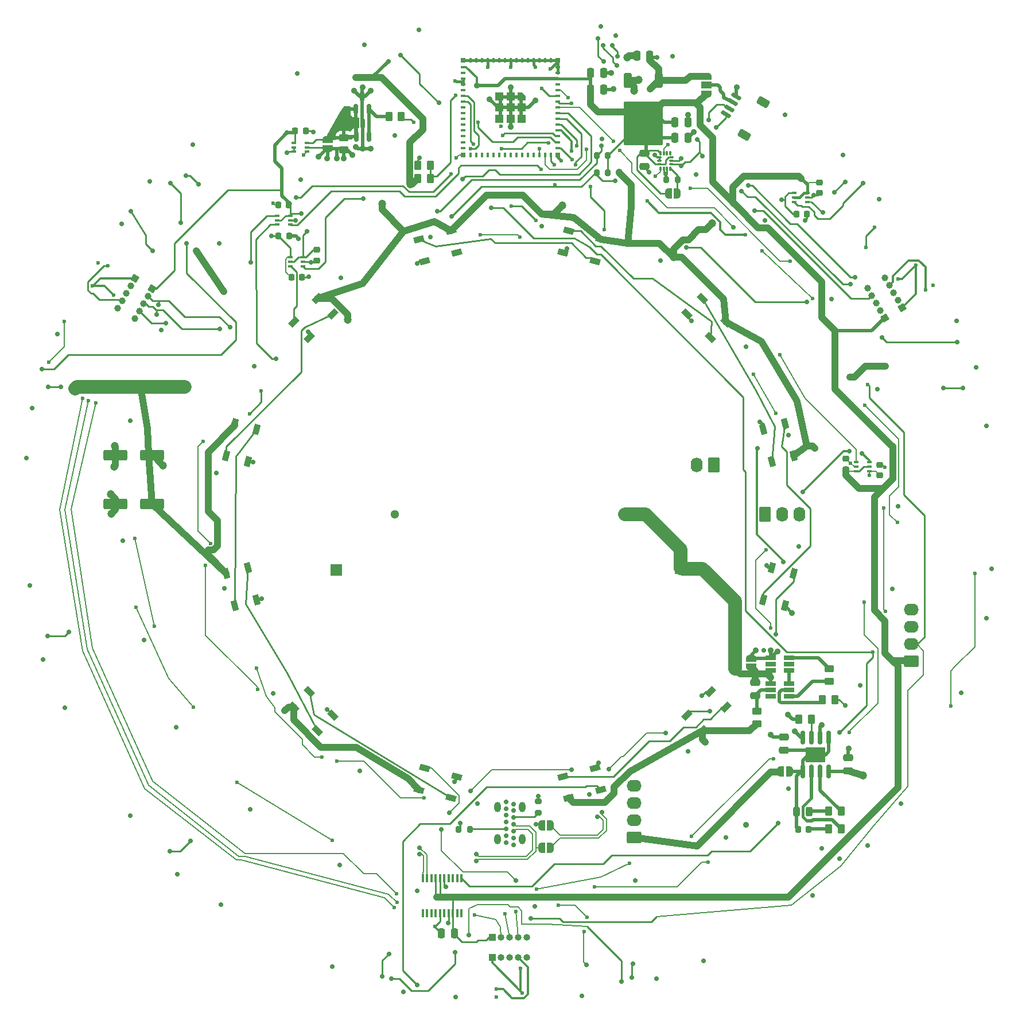
<source format=gbl>
G04 #@! TF.GenerationSoftware,KiCad,Pcbnew,7.0.1-3b83917a11~171~ubuntu22.04.1*
G04 #@! TF.CreationDate,2023-04-05T15:14:01-07:00*
G04 #@! TF.ProjectId,dancing_forest,64616e63-696e-4675-9f66-6f726573742e,rev?*
G04 #@! TF.SameCoordinates,Original*
G04 #@! TF.FileFunction,Copper,L4,Bot*
G04 #@! TF.FilePolarity,Positive*
%FSLAX46Y46*%
G04 Gerber Fmt 4.6, Leading zero omitted, Abs format (unit mm)*
G04 Created by KiCad (PCBNEW 7.0.1-3b83917a11~171~ubuntu22.04.1) date 2023-04-05 15:14:01*
%MOMM*%
%LPD*%
G01*
G04 APERTURE LIST*
G04 Aperture macros list*
%AMRoundRect*
0 Rectangle with rounded corners*
0 $1 Rounding radius*
0 $2 $3 $4 $5 $6 $7 $8 $9 X,Y pos of 4 corners*
0 Add a 4 corners polygon primitive as box body*
4,1,4,$2,$3,$4,$5,$6,$7,$8,$9,$2,$3,0*
0 Add four circle primitives for the rounded corners*
1,1,$1+$1,$2,$3*
1,1,$1+$1,$4,$5*
1,1,$1+$1,$6,$7*
1,1,$1+$1,$8,$9*
0 Add four rect primitives between the rounded corners*
20,1,$1+$1,$2,$3,$4,$5,0*
20,1,$1+$1,$4,$5,$6,$7,0*
20,1,$1+$1,$6,$7,$8,$9,0*
20,1,$1+$1,$8,$9,$2,$3,0*%
%AMHorizOval*
0 Thick line with rounded ends*
0 $1 width*
0 $2 $3 position (X,Y) of the first rounded end (center of the circle)*
0 $4 $5 position (X,Y) of the second rounded end (center of the circle)*
0 Add line between two ends*
20,1,$1,$2,$3,$4,$5,0*
0 Add two circle primitives to create the rounded ends*
1,1,$1,$2,$3*
1,1,$1,$4,$5*%
%AMRotRect*
0 Rectangle, with rotation*
0 The origin of the aperture is its center*
0 $1 length*
0 $2 width*
0 $3 Rotation angle, in degrees counterclockwise*
0 Add horizontal line*
21,1,$1,$2,0,0,$3*%
%AMFreePoly0*
4,1,19,0.500000,-0.750000,0.000000,-0.750000,0.000000,-0.744911,-0.071157,-0.744911,-0.207708,-0.704816,-0.327430,-0.627875,-0.420627,-0.520320,-0.479746,-0.390866,-0.500000,-0.250000,-0.500000,0.250000,-0.479746,0.390866,-0.420627,0.520320,-0.327430,0.627875,-0.207708,0.704816,-0.071157,0.744911,0.000000,0.744911,0.000000,0.750000,0.500000,0.750000,0.500000,-0.750000,0.500000,-0.750000,
$1*%
%AMFreePoly1*
4,1,19,0.000000,0.744911,0.071157,0.744911,0.207708,0.704816,0.327430,0.627875,0.420627,0.520320,0.479746,0.390866,0.500000,0.250000,0.500000,-0.250000,0.479746,-0.390866,0.420627,-0.520320,0.327430,-0.627875,0.207708,-0.704816,0.071157,-0.744911,0.000000,-0.744911,0.000000,-0.750000,-0.500000,-0.750000,-0.500000,0.750000,0.000000,0.750000,0.000000,0.744911,0.000000,0.744911,
$1*%
%AMFreePoly2*
4,1,6,0.600000,-0.600000,0.000000,-0.600000,-0.600000,0.000000,-0.600000,0.600000,0.600000,0.600000,0.600000,-0.600000,0.600000,-0.600000,$1*%
%AMFreePoly3*
4,1,19,0.550000,-0.750000,0.000000,-0.750000,0.000000,-0.744911,-0.071157,-0.744911,-0.207708,-0.704816,-0.327430,-0.627875,-0.420627,-0.520320,-0.479746,-0.390866,-0.500000,-0.250000,-0.500000,0.250000,-0.479746,0.390866,-0.420627,0.520320,-0.327430,0.627875,-0.207708,0.704816,-0.071157,0.744911,0.000000,0.744911,0.000000,0.750000,0.550000,0.750000,0.550000,-0.750000,0.550000,-0.750000,
$1*%
%AMFreePoly4*
4,1,19,0.000000,0.744911,0.071157,0.744911,0.207708,0.704816,0.327430,0.627875,0.420627,0.520320,0.479746,0.390866,0.500000,0.250000,0.500000,-0.250000,0.479746,-0.390866,0.420627,-0.520320,0.327430,-0.627875,0.207708,-0.704816,0.071157,-0.744911,0.000000,-0.744911,0.000000,-0.750000,-0.550000,-0.750000,-0.550000,0.750000,0.000000,0.750000,0.000000,0.744911,0.000000,0.744911,
$1*%
G04 Aperture macros list end*
G04 #@! TA.AperFunction,ComponentPad*
%ADD10C,1.300000*%
G04 #@! TD*
G04 #@! TA.AperFunction,SMDPad,CuDef*
%ADD11FreePoly0,0.000000*%
G04 #@! TD*
G04 #@! TA.AperFunction,SMDPad,CuDef*
%ADD12FreePoly1,0.000000*%
G04 #@! TD*
G04 #@! TA.AperFunction,ComponentPad*
%ADD13RotRect,1.000000X1.000000X210.000000*%
G04 #@! TD*
G04 #@! TA.AperFunction,ComponentPad*
%ADD14HorizOval,1.000000X0.000000X0.000000X0.000000X0.000000X0*%
G04 #@! TD*
G04 #@! TA.AperFunction,ComponentPad*
%ADD15R,1.000000X1.000000*%
G04 #@! TD*
G04 #@! TA.AperFunction,ComponentPad*
%ADD16O,1.000000X1.000000*%
G04 #@! TD*
G04 #@! TA.AperFunction,ComponentPad*
%ADD17RotRect,1.000000X1.000000X330.000000*%
G04 #@! TD*
G04 #@! TA.AperFunction,ComponentPad*
%ADD18HorizOval,1.000000X0.000000X0.000000X0.000000X0.000000X0*%
G04 #@! TD*
G04 #@! TA.AperFunction,ComponentPad*
%ADD19C,0.700000*%
G04 #@! TD*
G04 #@! TA.AperFunction,ComponentPad*
%ADD20O,1.000000X1.500000*%
G04 #@! TD*
G04 #@! TA.AperFunction,SMDPad,CuDef*
%ADD21FreePoly0,90.000000*%
G04 #@! TD*
G04 #@! TA.AperFunction,SMDPad,CuDef*
%ADD22FreePoly1,90.000000*%
G04 #@! TD*
G04 #@! TA.AperFunction,SMDPad,CuDef*
%ADD23RotRect,1.500000X0.900000X45.000000*%
G04 #@! TD*
G04 #@! TA.AperFunction,SMDPad,CuDef*
%ADD24RoundRect,0.250000X-0.262500X-0.450000X0.262500X-0.450000X0.262500X0.450000X-0.262500X0.450000X0*%
G04 #@! TD*
G04 #@! TA.AperFunction,SMDPad,CuDef*
%ADD25RoundRect,0.218750X0.218750X0.256250X-0.218750X0.256250X-0.218750X-0.256250X0.218750X-0.256250X0*%
G04 #@! TD*
G04 #@! TA.AperFunction,SMDPad,CuDef*
%ADD26RoundRect,0.250000X-0.450000X0.262500X-0.450000X-0.262500X0.450000X-0.262500X0.450000X0.262500X0*%
G04 #@! TD*
G04 #@! TA.AperFunction,SMDPad,CuDef*
%ADD27RoundRect,0.225000X0.250000X-0.225000X0.250000X0.225000X-0.250000X0.225000X-0.250000X-0.225000X0*%
G04 #@! TD*
G04 #@! TA.AperFunction,SMDPad,CuDef*
%ADD28RoundRect,0.200000X0.275000X-0.200000X0.275000X0.200000X-0.275000X0.200000X-0.275000X-0.200000X0*%
G04 #@! TD*
G04 #@! TA.AperFunction,SMDPad,CuDef*
%ADD29RoundRect,0.150000X-0.466266X0.442404X-0.616266X0.182596X0.466266X-0.442404X0.616266X-0.182596X0*%
G04 #@! TD*
G04 #@! TA.AperFunction,SMDPad,CuDef*
%ADD30RoundRect,0.250000X-0.387917X0.628109X-0.737917X0.021891X0.387917X-0.628109X0.737917X-0.021891X0*%
G04 #@! TD*
G04 #@! TA.AperFunction,SMDPad,CuDef*
%ADD31RotRect,1.500000X0.900000X315.000000*%
G04 #@! TD*
G04 #@! TA.AperFunction,SMDPad,CuDef*
%ADD32RotRect,1.500000X0.900000X285.000000*%
G04 #@! TD*
G04 #@! TA.AperFunction,ComponentPad*
%ADD33RoundRect,0.250000X-0.620000X-0.845000X0.620000X-0.845000X0.620000X0.845000X-0.620000X0.845000X0*%
G04 #@! TD*
G04 #@! TA.AperFunction,ComponentPad*
%ADD34O,1.740000X2.190000*%
G04 #@! TD*
G04 #@! TA.AperFunction,SMDPad,CuDef*
%ADD35RotRect,1.500000X0.900000X105.000000*%
G04 #@! TD*
G04 #@! TA.AperFunction,SMDPad,CuDef*
%ADD36RoundRect,0.250000X1.500000X0.550000X-1.500000X0.550000X-1.500000X-0.550000X1.500000X-0.550000X0*%
G04 #@! TD*
G04 #@! TA.AperFunction,SMDPad,CuDef*
%ADD37RoundRect,0.200000X-0.200000X-0.275000X0.200000X-0.275000X0.200000X0.275000X-0.200000X0.275000X0*%
G04 #@! TD*
G04 #@! TA.AperFunction,SMDPad,CuDef*
%ADD38RoundRect,0.250000X0.262500X0.450000X-0.262500X0.450000X-0.262500X-0.450000X0.262500X-0.450000X0*%
G04 #@! TD*
G04 #@! TA.AperFunction,SMDPad,CuDef*
%ADD39RoundRect,0.225000X0.225000X0.250000X-0.225000X0.250000X-0.225000X-0.250000X0.225000X-0.250000X0*%
G04 #@! TD*
G04 #@! TA.AperFunction,SMDPad,CuDef*
%ADD40RotRect,1.500000X0.900000X135.000000*%
G04 #@! TD*
G04 #@! TA.AperFunction,SMDPad,CuDef*
%ADD41RoundRect,0.250000X0.450000X-0.262500X0.450000X0.262500X-0.450000X0.262500X-0.450000X-0.262500X0*%
G04 #@! TD*
G04 #@! TA.AperFunction,SMDPad,CuDef*
%ADD42RotRect,1.500000X0.900000X75.000000*%
G04 #@! TD*
G04 #@! TA.AperFunction,SMDPad,CuDef*
%ADD43RoundRect,0.250000X0.475000X-0.250000X0.475000X0.250000X-0.475000X0.250000X-0.475000X-0.250000X0*%
G04 #@! TD*
G04 #@! TA.AperFunction,SMDPad,CuDef*
%ADD44R,0.650000X0.400000*%
G04 #@! TD*
G04 #@! TA.AperFunction,SMDPad,CuDef*
%ADD45R,0.400000X1.200000*%
G04 #@! TD*
G04 #@! TA.AperFunction,SMDPad,CuDef*
%ADD46RoundRect,0.250000X0.250000X0.475000X-0.250000X0.475000X-0.250000X-0.475000X0.250000X-0.475000X0*%
G04 #@! TD*
G04 #@! TA.AperFunction,SMDPad,CuDef*
%ADD47RoundRect,0.225000X-0.250000X0.225000X-0.250000X-0.225000X0.250000X-0.225000X0.250000X0.225000X0*%
G04 #@! TD*
G04 #@! TA.AperFunction,SMDPad,CuDef*
%ADD48RoundRect,0.200000X0.200000X0.275000X-0.200000X0.275000X-0.200000X-0.275000X0.200000X-0.275000X0*%
G04 #@! TD*
G04 #@! TA.AperFunction,ComponentPad*
%ADD49RoundRect,0.250000X0.845000X-0.620000X0.845000X0.620000X-0.845000X0.620000X-0.845000X-0.620000X0*%
G04 #@! TD*
G04 #@! TA.AperFunction,ComponentPad*
%ADD50O,2.190000X1.740000*%
G04 #@! TD*
G04 #@! TA.AperFunction,SMDPad,CuDef*
%ADD51RoundRect,0.087500X0.087500X-0.225000X0.087500X0.225000X-0.087500X0.225000X-0.087500X-0.225000X0*%
G04 #@! TD*
G04 #@! TA.AperFunction,SMDPad,CuDef*
%ADD52RoundRect,0.087500X0.225000X-0.087500X0.225000X0.087500X-0.225000X0.087500X-0.225000X-0.087500X0*%
G04 #@! TD*
G04 #@! TA.AperFunction,SMDPad,CuDef*
%ADD53R,0.800000X0.400000*%
G04 #@! TD*
G04 #@! TA.AperFunction,SMDPad,CuDef*
%ADD54R,0.400000X0.800000*%
G04 #@! TD*
G04 #@! TA.AperFunction,SMDPad,CuDef*
%ADD55R,1.200000X1.200000*%
G04 #@! TD*
G04 #@! TA.AperFunction,SMDPad,CuDef*
%ADD56FreePoly2,180.000000*%
G04 #@! TD*
G04 #@! TA.AperFunction,SMDPad,CuDef*
%ADD57R,0.800000X0.800000*%
G04 #@! TD*
G04 #@! TA.AperFunction,SMDPad,CuDef*
%ADD58RotRect,1.500000X0.900000X255.000000*%
G04 #@! TD*
G04 #@! TA.AperFunction,ComponentPad*
%ADD59R,1.700000X1.700000*%
G04 #@! TD*
G04 #@! TA.AperFunction,SMDPad,CuDef*
%ADD60R,1.560000X0.650000*%
G04 #@! TD*
G04 #@! TA.AperFunction,SMDPad,CuDef*
%ADD61RoundRect,0.250000X-0.475000X0.250000X-0.475000X-0.250000X0.475000X-0.250000X0.475000X0.250000X0*%
G04 #@! TD*
G04 #@! TA.AperFunction,SMDPad,CuDef*
%ADD62RoundRect,0.250000X-0.250000X-0.475000X0.250000X-0.475000X0.250000X0.475000X-0.250000X0.475000X0*%
G04 #@! TD*
G04 #@! TA.AperFunction,SMDPad,CuDef*
%ADD63RoundRect,0.150000X0.150000X-0.587500X0.150000X0.587500X-0.150000X0.587500X-0.150000X-0.587500X0*%
G04 #@! TD*
G04 #@! TA.AperFunction,SMDPad,CuDef*
%ADD64RotRect,1.500000X0.900000X225.000000*%
G04 #@! TD*
G04 #@! TA.AperFunction,ComponentPad*
%ADD65RoundRect,0.250000X0.620000X0.845000X-0.620000X0.845000X-0.620000X-0.845000X0.620000X-0.845000X0*%
G04 #@! TD*
G04 #@! TA.AperFunction,SMDPad,CuDef*
%ADD66RotRect,1.500000X0.900000X345.000000*%
G04 #@! TD*
G04 #@! TA.AperFunction,SMDPad,CuDef*
%ADD67RotRect,1.500000X0.900000X165.000000*%
G04 #@! TD*
G04 #@! TA.AperFunction,SMDPad,CuDef*
%ADD68RoundRect,0.243750X0.243750X0.456250X-0.243750X0.456250X-0.243750X-0.456250X0.243750X-0.456250X0*%
G04 #@! TD*
G04 #@! TA.AperFunction,SMDPad,CuDef*
%ADD69RoundRect,0.225000X-0.225000X-0.250000X0.225000X-0.250000X0.225000X0.250000X-0.225000X0.250000X0*%
G04 #@! TD*
G04 #@! TA.AperFunction,SMDPad,CuDef*
%ADD70RoundRect,0.250000X-0.350000X0.850000X-0.350000X-0.850000X0.350000X-0.850000X0.350000X0.850000X0*%
G04 #@! TD*
G04 #@! TA.AperFunction,SMDPad,CuDef*
%ADD71RoundRect,0.250000X-1.125000X1.275000X-1.125000X-1.275000X1.125000X-1.275000X1.125000X1.275000X0*%
G04 #@! TD*
G04 #@! TA.AperFunction,SMDPad,CuDef*
%ADD72RoundRect,0.249997X-2.650003X2.950003X-2.650003X-2.950003X2.650003X-2.950003X2.650003X2.950003X0*%
G04 #@! TD*
G04 #@! TA.AperFunction,SMDPad,CuDef*
%ADD73RotRect,1.500000X0.900000X195.000000*%
G04 #@! TD*
G04 #@! TA.AperFunction,SMDPad,CuDef*
%ADD74FreePoly3,270.000000*%
G04 #@! TD*
G04 #@! TA.AperFunction,SMDPad,CuDef*
%ADD75R,1.500000X1.000000*%
G04 #@! TD*
G04 #@! TA.AperFunction,SMDPad,CuDef*
%ADD76FreePoly4,270.000000*%
G04 #@! TD*
G04 #@! TA.AperFunction,SMDPad,CuDef*
%ADD77RotRect,1.500000X0.900000X15.000000*%
G04 #@! TD*
G04 #@! TA.AperFunction,SMDPad,CuDef*
%ADD78RoundRect,0.150000X-0.150000X0.825000X-0.150000X-0.825000X0.150000X-0.825000X0.150000X0.825000X0*%
G04 #@! TD*
G04 #@! TA.AperFunction,SMDPad,CuDef*
%ADD79R,3.000000X2.290000*%
G04 #@! TD*
G04 #@! TA.AperFunction,ViaPad*
%ADD80C,0.700000*%
G04 #@! TD*
G04 #@! TA.AperFunction,ViaPad*
%ADD81C,0.900000*%
G04 #@! TD*
G04 #@! TA.AperFunction,ViaPad*
%ADD82C,1.200000*%
G04 #@! TD*
G04 #@! TA.AperFunction,ViaPad*
%ADD83C,0.600000*%
G04 #@! TD*
G04 #@! TA.AperFunction,Conductor*
%ADD84C,2.000000*%
G04 #@! TD*
G04 #@! TA.AperFunction,Conductor*
%ADD85C,0.300000*%
G04 #@! TD*
G04 #@! TA.AperFunction,Conductor*
%ADD86C,0.200000*%
G04 #@! TD*
G04 #@! TA.AperFunction,Conductor*
%ADD87C,0.250000*%
G04 #@! TD*
G04 #@! TA.AperFunction,Conductor*
%ADD88C,1.000000*%
G04 #@! TD*
G04 #@! TA.AperFunction,Conductor*
%ADD89C,0.500000*%
G04 #@! TD*
G04 #@! TA.AperFunction,Conductor*
%ADD90C,0.400000*%
G04 #@! TD*
G04 APERTURE END LIST*
D10*
X183000000Y-200000000D03*
X217000000Y-200000000D03*
D11*
X204675000Y-249125000D03*
D12*
X205975000Y-249125000D03*
D11*
X204675000Y-245875000D03*
D12*
X205975000Y-245875000D03*
D13*
X257875000Y-169500000D03*
D14*
X257240000Y-168400148D03*
X256605000Y-167300295D03*
X255970000Y-166200443D03*
X255335000Y-165100591D03*
D15*
X197375000Y-262375000D03*
D16*
X198645000Y-262375000D03*
X199915000Y-262375000D03*
X201185000Y-262375000D03*
X202455000Y-262375000D03*
D17*
X147225000Y-166675000D03*
D18*
X146590000Y-167774852D03*
X145955000Y-168874705D03*
X145320000Y-169974557D03*
X144685000Y-171074409D03*
D17*
X144675000Y-165200000D03*
D18*
X144040000Y-166299852D03*
X143405000Y-167399705D03*
X142770000Y-168499557D03*
X142135000Y-169599409D03*
D13*
X255325000Y-170975000D03*
D14*
X254690000Y-169875148D03*
X254055000Y-168775295D03*
X253420000Y-167675443D03*
X252785000Y-166575591D03*
D19*
X199420000Y-248370000D03*
X199420000Y-247370000D03*
X199420000Y-246370000D03*
X199420000Y-245370000D03*
X199420000Y-244370000D03*
X199420000Y-243370000D03*
X199420000Y-242370000D03*
X200580000Y-242690000D03*
X200580000Y-243690000D03*
X200580000Y-244690000D03*
X200580000Y-245690000D03*
X200580000Y-246690000D03*
X200580000Y-247690000D03*
X200580000Y-248690000D03*
D20*
X198170000Y-243160000D03*
X198170000Y-247900000D03*
X201830000Y-243160000D03*
X201830000Y-247900000D03*
D15*
X197375000Y-265325000D03*
D16*
X198645000Y-265325000D03*
X199915000Y-265325000D03*
X201185000Y-265325000D03*
X202455000Y-265325000D03*
D21*
X173125000Y-146002620D03*
D22*
X173125000Y-144702620D03*
D23*
X228425693Y-231890516D03*
X226092240Y-229557063D03*
X229557063Y-226092240D03*
X231890516Y-228425693D03*
D24*
X186444880Y-150425000D03*
X188269880Y-150425000D03*
D25*
X244080120Y-246435000D03*
X242505120Y-246435000D03*
D26*
X175525000Y-144414880D03*
X175525000Y-146239880D03*
D27*
X254595000Y-194217620D03*
X254595000Y-192667620D03*
D28*
X204215000Y-243957620D03*
X204215000Y-242307620D03*
D29*
X233372949Y-138348342D03*
X232872949Y-139214367D03*
X232372949Y-140080393D03*
X231872949Y-140946418D03*
D30*
X237378798Y-139160009D03*
X234578798Y-144009751D03*
D31*
X168109484Y-228425693D03*
X170442937Y-226092240D03*
X173907760Y-229557063D03*
X171574307Y-231890516D03*
D32*
X158169157Y-208672114D03*
X161356712Y-207818011D03*
X162624925Y-212551048D03*
X159437370Y-213405151D03*
D33*
X237650000Y-200000000D03*
D34*
X240190000Y-200000000D03*
X242730000Y-200000000D03*
D35*
X241830843Y-191327886D03*
X238643288Y-192181989D03*
X237375075Y-187448952D03*
X240562630Y-186594849D03*
D36*
X147202620Y-198425000D03*
X141802620Y-198425000D03*
D37*
X192442380Y-246425000D03*
X194092380Y-246425000D03*
D38*
X244485120Y-230175000D03*
X242660120Y-230175000D03*
D39*
X167370000Y-154325000D03*
X165820000Y-154325000D03*
D11*
X223397380Y-152675000D03*
D12*
X224697380Y-152675000D03*
D40*
X231890516Y-171574307D03*
X229557063Y-173907760D03*
X226092240Y-170442937D03*
X228425693Y-168109484D03*
D41*
X247125000Y-224585120D03*
X247125000Y-222760120D03*
D42*
X240562630Y-213405151D03*
X237375075Y-212551048D03*
X238643288Y-207818011D03*
X241830843Y-208672114D03*
D43*
X249895000Y-237802620D03*
X249895000Y-235902620D03*
D44*
X251107380Y-193575000D03*
X251107380Y-192925000D03*
X251107380Y-192275000D03*
X253007380Y-192275000D03*
X253007380Y-192925000D03*
X253007380Y-193575000D03*
D45*
X192882500Y-258842620D03*
X192247500Y-258842620D03*
X191612500Y-258842620D03*
X190977500Y-258842620D03*
X190342500Y-258842620D03*
X189707500Y-258842620D03*
X189072500Y-258842620D03*
X188437500Y-258842620D03*
X187802500Y-258842620D03*
X187167500Y-258842620D03*
X187167500Y-253642620D03*
X187802500Y-253642620D03*
X188437500Y-253642620D03*
X189072500Y-253642620D03*
X189707500Y-253642620D03*
X190342500Y-253642620D03*
X190977500Y-253642620D03*
X191612500Y-253642620D03*
X192247500Y-253642620D03*
X192882500Y-253642620D03*
D46*
X220652620Y-132355000D03*
X218752620Y-132355000D03*
D47*
X171495000Y-160960000D03*
X171495000Y-162510000D03*
D48*
X214442380Y-149555000D03*
X212792380Y-149555000D03*
D49*
X218365000Y-247667380D03*
D50*
X218365000Y-245127380D03*
X218365000Y-242587380D03*
X218365000Y-240047380D03*
D51*
X223695000Y-149005120D03*
X223195000Y-149005120D03*
X222695000Y-149005120D03*
X222195000Y-149005120D03*
D52*
X222032500Y-148342620D03*
X222032500Y-147842620D03*
X222032500Y-147342620D03*
D51*
X222195000Y-146680120D03*
X222695000Y-146680120D03*
X223195000Y-146680120D03*
X223695000Y-146680120D03*
D52*
X223857500Y-147342620D03*
X223857500Y-147842620D03*
X223857500Y-148342620D03*
D53*
X207110000Y-134010000D03*
X207110000Y-134860000D03*
X207110000Y-135710000D03*
X207110000Y-136560000D03*
X207110000Y-137410000D03*
X207110000Y-138260000D03*
X207110000Y-139110000D03*
X207110000Y-139960000D03*
X207110000Y-140810000D03*
X207110000Y-141660000D03*
X207110000Y-142510000D03*
X207110000Y-143360000D03*
X207110000Y-144210000D03*
X207110000Y-145060000D03*
X207110000Y-145910000D03*
D54*
X206060000Y-146960000D03*
X205210000Y-146960000D03*
X204360000Y-146960000D03*
X203510000Y-146960000D03*
X202660000Y-146960000D03*
X201810000Y-146960000D03*
X200960000Y-146960000D03*
X200110000Y-146960000D03*
X199260000Y-146960000D03*
X198410000Y-146960000D03*
X197560000Y-146960000D03*
X196710000Y-146960000D03*
X195860000Y-146960000D03*
X195010000Y-146960000D03*
X194160000Y-146960000D03*
D53*
X193110000Y-145910000D03*
X193110000Y-145060000D03*
X193110000Y-144210000D03*
X193110000Y-143360000D03*
X193110000Y-142510000D03*
X193110000Y-141660000D03*
X193110000Y-140810000D03*
X193110000Y-139960000D03*
X193110000Y-139110000D03*
X193110000Y-138260000D03*
X193110000Y-137410000D03*
X193110000Y-136560000D03*
X193110000Y-135710000D03*
X193110000Y-134860000D03*
X193110000Y-134010000D03*
D54*
X194160000Y-132960000D03*
X195010000Y-132960000D03*
X195860000Y-132960000D03*
X196710000Y-132960000D03*
X197560000Y-132960000D03*
X198410000Y-132960000D03*
X199260000Y-132960000D03*
X200110000Y-132960000D03*
X200960000Y-132960000D03*
X201810000Y-132960000D03*
X202660000Y-132960000D03*
X203510000Y-132960000D03*
X204360000Y-132960000D03*
X205210000Y-132960000D03*
X206060000Y-132960000D03*
D55*
X201760000Y-141610000D03*
X201760000Y-139960000D03*
D56*
X201760000Y-138310000D03*
D55*
X200110000Y-141610000D03*
X200110000Y-139960000D03*
X200110000Y-138310000D03*
X198460000Y-141610000D03*
X198460000Y-139960000D03*
X198460000Y-138310000D03*
D57*
X207110000Y-132960000D03*
X207110000Y-146960000D03*
X193110000Y-146960000D03*
X193110000Y-132960000D03*
D44*
X167592620Y-155925000D03*
X167592620Y-156575000D03*
X167592620Y-157225000D03*
X165692620Y-157225000D03*
X165692620Y-156575000D03*
X165692620Y-155925000D03*
D46*
X191802620Y-261805000D03*
X189902620Y-261805000D03*
D58*
X159437370Y-186594849D03*
X162624925Y-187448952D03*
X161356712Y-192181989D03*
X158169157Y-191327886D03*
D59*
X225152620Y-207925000D03*
D37*
X223092380Y-150635000D03*
X224742380Y-150635000D03*
D47*
X245695000Y-151040000D03*
X245695000Y-152590000D03*
D60*
X238447380Y-223025000D03*
X238447380Y-222075000D03*
X238447380Y-221125000D03*
X241147380Y-221125000D03*
X241147380Y-222075000D03*
X241147380Y-223025000D03*
D61*
X219865000Y-146747380D03*
X219865000Y-148647380D03*
D44*
X169492620Y-162075000D03*
X169492620Y-162725000D03*
X169492620Y-163375000D03*
X167592620Y-163375000D03*
X167592620Y-162725000D03*
X167592620Y-162075000D03*
D46*
X213802620Y-137325000D03*
X211902620Y-137325000D03*
X213802620Y-134815000D03*
X211902620Y-134815000D03*
D62*
X224347380Y-144385000D03*
X226247380Y-144385000D03*
D27*
X249605000Y-193330000D03*
X249605000Y-191780000D03*
D62*
X224347380Y-142125000D03*
X226247380Y-142125000D03*
D63*
X179225000Y-144220120D03*
X177325000Y-144220120D03*
X178275000Y-142345120D03*
D24*
X247060120Y-246325000D03*
X248885120Y-246325000D03*
D37*
X212792380Y-147045000D03*
X214442380Y-147045000D03*
D43*
X236215000Y-226702620D03*
X236215000Y-224802620D03*
D24*
X247060120Y-243775000D03*
X248885120Y-243775000D03*
D36*
X147202620Y-191275000D03*
X141802620Y-191275000D03*
D64*
X171574307Y-168109484D03*
X173907760Y-170442937D03*
X170442937Y-173907760D03*
X168109484Y-171574307D03*
D24*
X182164880Y-141325000D03*
X183989880Y-141325000D03*
D65*
X230105000Y-192655000D03*
D34*
X227565000Y-192655000D03*
D44*
X168157380Y-146475000D03*
X168157380Y-145825000D03*
X168157380Y-145175000D03*
X170057380Y-145175000D03*
X170057380Y-145825000D03*
X170057380Y-146475000D03*
D66*
X186594849Y-240562630D03*
X187448952Y-237375075D03*
X192181989Y-238643288D03*
X191327886Y-241830843D03*
D43*
X240455000Y-234752620D03*
X240455000Y-232852620D03*
D67*
X213405151Y-159437370D03*
X212551048Y-162624925D03*
X207818011Y-161356712D03*
X208672114Y-158169157D03*
D68*
X244180120Y-243820000D03*
X242305120Y-243820000D03*
D69*
X165867620Y-158935000D03*
X167417620Y-158935000D03*
X167782380Y-165025000D03*
X169332380Y-165025000D03*
D11*
X239947380Y-237875000D03*
D12*
X241247380Y-237875000D03*
D69*
X168332380Y-143435000D03*
X169882380Y-143435000D03*
D38*
X247935120Y-227275000D03*
X246110120Y-227275000D03*
D41*
X236425000Y-230835120D03*
X236425000Y-229010120D03*
D70*
X217415000Y-135997380D03*
D71*
X221220000Y-140622380D03*
X218170000Y-140622380D03*
D72*
X219695000Y-142297380D03*
D71*
X221220000Y-143972380D03*
X218170000Y-143972380D03*
D70*
X221975000Y-135997380D03*
D73*
X191327886Y-158169157D03*
X192181989Y-161356712D03*
X187448952Y-162624925D03*
X186594849Y-159437370D03*
D59*
X174352620Y-208175000D03*
D60*
X241152620Y-224925000D03*
X241152620Y-225875000D03*
X241152620Y-226825000D03*
X238452620Y-226825000D03*
X238452620Y-225875000D03*
X238452620Y-224925000D03*
D69*
X242282380Y-155705000D03*
X243832380Y-155705000D03*
D63*
X179175000Y-140220120D03*
X177275000Y-140220120D03*
X178225000Y-138345120D03*
D49*
X259230000Y-221670000D03*
D50*
X259230000Y-219130000D03*
X259230000Y-216590000D03*
X259230000Y-214050000D03*
D74*
X229025000Y-135357380D03*
D75*
X229025000Y-136657380D03*
D76*
X229025000Y-137957380D03*
D77*
X208672114Y-241830843D03*
X207818011Y-238643288D03*
X212551048Y-237375075D03*
X213405151Y-240562630D03*
D78*
X243220000Y-232932380D03*
X244490000Y-232932380D03*
X245760000Y-232932380D03*
X247030000Y-232932380D03*
X247030000Y-237882380D03*
X245760000Y-237882380D03*
X244490000Y-237882380D03*
X243220000Y-237882380D03*
D79*
X245125000Y-235407380D03*
D38*
X188269880Y-148475000D03*
X186444880Y-148475000D03*
D44*
X243892620Y-152575000D03*
X243892620Y-153225000D03*
X243892620Y-153875000D03*
X241992620Y-153875000D03*
X241992620Y-153225000D03*
X241992620Y-152575000D03*
D21*
X235625000Y-222502620D03*
D22*
X235625000Y-221202620D03*
D80*
X191050000Y-244000000D03*
X189900000Y-246450000D03*
X200850000Y-253950000D03*
X194200000Y-240750000D03*
X209100000Y-237650000D03*
X214600000Y-237550000D03*
X223000000Y-232200000D03*
X212886568Y-244591262D03*
X213558320Y-243919510D03*
X186700000Y-250075000D03*
X186700000Y-249125000D03*
X203850000Y-245700000D03*
X195069942Y-250125000D03*
X195069942Y-251075000D03*
X240350000Y-207000000D03*
X236550000Y-190250000D03*
X251950000Y-190950000D03*
X243250000Y-196650000D03*
X250100000Y-190650000D03*
D81*
X166800000Y-228950000D03*
X241600000Y-214500000D03*
X245000000Y-190200000D03*
D82*
X207775000Y-154375000D03*
D80*
X218200000Y-266300000D03*
X240075000Y-153600000D03*
D81*
X234800000Y-245800000D03*
D82*
X152000000Y-181200000D03*
X181125000Y-154174500D03*
D80*
X149875000Y-249650000D03*
X133760590Y-181200000D03*
X131800000Y-217875000D03*
X152225000Y-150000000D03*
X164800000Y-158900000D03*
D82*
X224176728Y-162073271D03*
D80*
X221700000Y-132550000D03*
D82*
X252100000Y-238500000D03*
D80*
X217975000Y-268275000D03*
D81*
X216100000Y-149500000D03*
D80*
X182175000Y-264797932D03*
X248665088Y-250734912D03*
D82*
X135900000Y-181400000D03*
D80*
X182100000Y-133125000D03*
D82*
X176091566Y-171291566D03*
X148850000Y-192750000D03*
D80*
X131925000Y-181150000D03*
X181200000Y-268100000D03*
D81*
X157800000Y-167100000D03*
D80*
X177250000Y-135575000D03*
X152865939Y-248109061D03*
X266875000Y-181375000D03*
D83*
X253000000Y-194200000D03*
D81*
X255450000Y-178084688D03*
D80*
X264000000Y-181375000D03*
X161800000Y-162800000D03*
D81*
X220700000Y-137200000D03*
D80*
X249500000Y-150950000D03*
D82*
X185300000Y-151275000D03*
D81*
X250200000Y-179700000D03*
D82*
X229830000Y-157080000D03*
D81*
X153700000Y-161100000D03*
D80*
X246000000Y-249200000D03*
X134930563Y-217300000D03*
X154075000Y-151250000D03*
D81*
X228832835Y-233600000D03*
D80*
X247850000Y-152425000D03*
X169200000Y-155600000D03*
X167100000Y-143700000D03*
D81*
X195100000Y-136700000D03*
D83*
X257250000Y-165250000D03*
X201850000Y-270550000D03*
D80*
X170100000Y-158200000D03*
D83*
X138400000Y-166300000D03*
X259900000Y-163200000D03*
X141500000Y-167600000D03*
X201600000Y-266900000D03*
X203800000Y-134000000D03*
D82*
X218300000Y-137500000D03*
D80*
X167100000Y-146600000D03*
D83*
X250282878Y-192400000D03*
D80*
X243581450Y-156631852D03*
D82*
X141600000Y-192950000D03*
D83*
X139250000Y-162850000D03*
D81*
X171750000Y-147250000D03*
D80*
X192700000Y-245550000D03*
D81*
X239500000Y-220200000D03*
D82*
X141100000Y-197000000D03*
D83*
X255300000Y-193000000D03*
D81*
X173000000Y-147500000D03*
X200130000Y-137000000D03*
X233500000Y-137000000D03*
D80*
X186700000Y-147350000D03*
D81*
X238500000Y-232500000D03*
D80*
X170700000Y-162800000D03*
X171000000Y-143600000D03*
X168400000Y-156600000D03*
D81*
X214935000Y-134815000D03*
X242000000Y-232000000D03*
X238500000Y-220000000D03*
D82*
X141700000Y-189850000D03*
D83*
X200100000Y-134000000D03*
X192100000Y-147400000D03*
D80*
X204170000Y-241540000D03*
D83*
X191950000Y-136000000D03*
D80*
X249450000Y-228150000D03*
D83*
X262450000Y-166200000D03*
D80*
X168800000Y-159300000D03*
D81*
X246000000Y-231000000D03*
X226320000Y-141070000D03*
X227150000Y-143540000D03*
X215250000Y-137250000D03*
X176750000Y-147000000D03*
D83*
X206000000Y-134300000D03*
D80*
X223000000Y-149750000D03*
D83*
X196700000Y-134000000D03*
D81*
X203800000Y-138900000D03*
D80*
X244803652Y-152901367D03*
D83*
X188950000Y-260750000D03*
X165100000Y-154100000D03*
D82*
X219000000Y-135850000D03*
D83*
X207600000Y-147800000D03*
D82*
X217300000Y-132600000D03*
D81*
X200130000Y-142800000D03*
X175500000Y-147500000D03*
D80*
X220500000Y-149500000D03*
D82*
X141200000Y-199900000D03*
D81*
X250000000Y-234500000D03*
X174500000Y-147500000D03*
D80*
X221400000Y-147000000D03*
X190600000Y-254900000D03*
X170300000Y-164900000D03*
D81*
X236318828Y-220058828D03*
X197000000Y-138729500D03*
X241000000Y-229500000D03*
D83*
X198000000Y-271200000D03*
X183250000Y-255896127D03*
X200925000Y-258550000D03*
X209100000Y-139360500D03*
X138900000Y-183500000D03*
X198000000Y-270000000D03*
X194775000Y-259075000D03*
D80*
X229340000Y-141770000D03*
X191370000Y-156030000D03*
X228425000Y-147100000D03*
X234200000Y-152275000D03*
X225250000Y-148600000D03*
D83*
X206650000Y-151350000D03*
X206600000Y-148400000D03*
X136950000Y-182875000D03*
D80*
X215500000Y-150774647D03*
X227610000Y-144680000D03*
X250250000Y-166050000D03*
X148150000Y-169100000D03*
D83*
X182975000Y-258000000D03*
D80*
X158700000Y-172400000D03*
X250900000Y-164975000D03*
X225250000Y-147500000D03*
D83*
X209200000Y-147600000D03*
D80*
X213500000Y-145600000D03*
X235175000Y-151475000D03*
D83*
X137825000Y-183200000D03*
X199300000Y-258875000D03*
D80*
X147880378Y-170500000D03*
X230410000Y-142920000D03*
D83*
X183334242Y-257230195D03*
D80*
X157200000Y-172600000D03*
X189250000Y-155250000D03*
X233000000Y-157600000D03*
X236100000Y-155200000D03*
D83*
X216170000Y-146320000D03*
X261300000Y-166850000D03*
X215320000Y-144970000D03*
D80*
X193000000Y-150500000D03*
X149250000Y-171800000D03*
D83*
X140700000Y-163300000D03*
D80*
X168500000Y-153200000D03*
D83*
X191300000Y-149760000D03*
D80*
X128700000Y-191700000D03*
X144000000Y-186200000D03*
X228300000Y-226700000D03*
X213600000Y-144600000D03*
X174900000Y-251700000D03*
X266600000Y-226300000D03*
X175100000Y-165100000D03*
X270275000Y-215325000D03*
X203700000Y-257800000D03*
X133200000Y-173400000D03*
X218500000Y-254000000D03*
X254200000Y-181500000D03*
D81*
X179500000Y-146000000D03*
D80*
X177900000Y-237800000D03*
X142700000Y-157100000D03*
X257700000Y-242600000D03*
X237600000Y-156600000D03*
X270300000Y-186900000D03*
X257300000Y-198800000D03*
X169100000Y-150600000D03*
X222200000Y-162500000D03*
X213400000Y-128000000D03*
X234800000Y-175200000D03*
X157400000Y-257500000D03*
X165100000Y-226400000D03*
X236900000Y-186300000D03*
X178550000Y-130700000D03*
X163400000Y-212400000D03*
D81*
X178250000Y-146000000D03*
D80*
X131150000Y-221375000D03*
X144000000Y-244400000D03*
X195200000Y-242600000D03*
D81*
X177000000Y-137500000D03*
D80*
X211750000Y-241250000D03*
X231900000Y-247600000D03*
X215625000Y-129350000D03*
X184275000Y-270425000D03*
X240600000Y-141000000D03*
X226300000Y-234900000D03*
D83*
X198700000Y-142709502D03*
D80*
X268775000Y-178300000D03*
X186300000Y-255500000D03*
X241100000Y-240400000D03*
X241100000Y-188300000D03*
X208410000Y-160764723D03*
X162100000Y-192300000D03*
X192000000Y-271200000D03*
X247450000Y-168200000D03*
X162300000Y-178100000D03*
X146000000Y-218500000D03*
X249150000Y-146925000D03*
X228600000Y-265800000D03*
X148600000Y-172800000D03*
X227500000Y-149800000D03*
X221600000Y-268450000D03*
X210600000Y-271000000D03*
X186600000Y-128500000D03*
X186300000Y-163000000D03*
X271100000Y-208000000D03*
X173800000Y-266700000D03*
X173000000Y-228750000D03*
X213100000Y-236600000D03*
X134300000Y-228500000D03*
X191800000Y-239400000D03*
X157100000Y-160000000D03*
X183000000Y-144100000D03*
X244700000Y-256200000D03*
X252775000Y-248825000D03*
X150975000Y-253025000D03*
X226800000Y-171400000D03*
X129200000Y-210500000D03*
X237900000Y-207500000D03*
X224000000Y-132400000D03*
X150800000Y-231400000D03*
X161700000Y-243500000D03*
D81*
X177250000Y-145750000D03*
D80*
X237450497Y-220000000D03*
X188300000Y-159100000D03*
X146900000Y-150875000D03*
X129525000Y-184300000D03*
X254500000Y-153500000D03*
X168600000Y-134900000D03*
D81*
X179500000Y-137500000D03*
D80*
X153200000Y-145400000D03*
X265900000Y-171400000D03*
X170225000Y-173075000D03*
X156700000Y-193900000D03*
X251700000Y-225200000D03*
X157900000Y-210900000D03*
X242600000Y-204700000D03*
D81*
X178250000Y-137000000D03*
D80*
X256400000Y-211000000D03*
X204700000Y-157500000D03*
X142900000Y-203900000D03*
D83*
X195324500Y-142100000D03*
X185800000Y-142100000D03*
X203950000Y-255275000D03*
X217650000Y-251400000D03*
X212450000Y-254920000D03*
X229250000Y-251250000D03*
X238880000Y-235990000D03*
X226800000Y-247470000D03*
X250100000Y-232100000D03*
X252290000Y-212900000D03*
X255200000Y-199000000D03*
X255450000Y-214250000D03*
X257170000Y-201190000D03*
X252390000Y-183870000D03*
X237230000Y-161060000D03*
X244680000Y-168120000D03*
X226610000Y-151910000D03*
X241360000Y-162610000D03*
X198800000Y-146000000D03*
X205750000Y-145200000D03*
X147525000Y-216475000D03*
X144675000Y-203525000D03*
X153325000Y-228375000D03*
X144875000Y-213650000D03*
X159710000Y-239490000D03*
X173820000Y-248060000D03*
X210997549Y-261500000D03*
X207175000Y-257625000D03*
D80*
X211340000Y-266420000D03*
D83*
X211375000Y-259375000D03*
X265060000Y-228210000D03*
X268610000Y-208650000D03*
D80*
X254862500Y-173862500D03*
D83*
X253800000Y-157600000D03*
X252500000Y-160600000D03*
D80*
X266000000Y-174600000D03*
X215780000Y-133730000D03*
X213775000Y-130800500D03*
X213000000Y-129800000D03*
X213800000Y-133200000D03*
X144100000Y-155300000D03*
X147275000Y-161075000D03*
D83*
X132000000Y-177500000D03*
X134250000Y-171500000D03*
D80*
X186300000Y-269400000D03*
X239265734Y-217684266D03*
X229500000Y-229000000D03*
X183850000Y-132200000D03*
X189500000Y-139300000D03*
X215882677Y-132399500D03*
X215120000Y-130770000D03*
X130950000Y-178510000D03*
X151425000Y-156925000D03*
X149925000Y-151100000D03*
X152325000Y-160000000D03*
X193925000Y-262000000D03*
X182550000Y-268425000D03*
X191925000Y-264575000D03*
X216500000Y-268900000D03*
D83*
X238450000Y-216750000D03*
X237780000Y-205200000D03*
X235975000Y-179325000D03*
X239275000Y-185100000D03*
X195640000Y-158730000D03*
X201500000Y-159062855D03*
X163325000Y-181775000D03*
X161575000Y-185160000D03*
X155860000Y-204240000D03*
X154750000Y-189240000D03*
X155120000Y-207510000D03*
X162750000Y-225750000D03*
X162660000Y-222650000D03*
X172270000Y-235740000D03*
X174430000Y-236340000D03*
X187330000Y-241750000D03*
D80*
X165500000Y-177000000D03*
X178400000Y-153400000D03*
D83*
X198950000Y-144050000D03*
X209875500Y-145600000D03*
X204600000Y-149100000D03*
X221500000Y-150100000D03*
X211300000Y-146099500D03*
X204360000Y-146060000D03*
X223290000Y-145450000D03*
D80*
X203050000Y-259575000D03*
X226000000Y-160620000D03*
D83*
X252810000Y-180820000D03*
X200250000Y-154500000D03*
X194658411Y-145358411D03*
D80*
X190888000Y-260250000D03*
X243800000Y-168675000D03*
D83*
X203867500Y-156642500D03*
X220250000Y-153750000D03*
D80*
X246170000Y-155470000D03*
D83*
X234750000Y-158750000D03*
X209108411Y-146408411D03*
D80*
X248660000Y-232150000D03*
X197250000Y-154750000D03*
D83*
X253580000Y-220325000D03*
D80*
X239575000Y-245550000D03*
D83*
X194200000Y-146060498D03*
X169600000Y-147000000D03*
X208600000Y-138500000D03*
X191975000Y-138175000D03*
X204673056Y-137173056D03*
X239800000Y-176450000D03*
X211900000Y-151600000D03*
X213924268Y-158000000D03*
X209730000Y-148370000D03*
D80*
X252125000Y-151100000D03*
D84*
X217000000Y-200000000D02*
X220000000Y-200000000D01*
X220000000Y-200000000D02*
X225152620Y-205152620D01*
X225152620Y-205152620D02*
X225152620Y-207925000D01*
D85*
X257850000Y-165250000D02*
X259900000Y-163200000D01*
X257250000Y-165250000D02*
X257850000Y-165250000D01*
X261300000Y-166850000D02*
X261300000Y-163500000D01*
X261300000Y-163500000D02*
X260350000Y-162550000D01*
X260350000Y-162550000D02*
X258800000Y-162550000D01*
X258800000Y-162550000D02*
X256500000Y-164850000D01*
X256500000Y-164850000D02*
X256500000Y-165670443D01*
X256500000Y-165670443D02*
X255970000Y-166200443D01*
D86*
X187802500Y-252749161D02*
X187725000Y-252671661D01*
D87*
X231890516Y-228425693D02*
X231324307Y-228425693D01*
X231324307Y-228425693D02*
X229550000Y-230200000D01*
X229550000Y-230200000D02*
X228600000Y-230200000D01*
X228600000Y-230200000D02*
X227450000Y-231350000D01*
X227450000Y-231350000D02*
X225600000Y-231350000D01*
X225600000Y-231350000D02*
X223550000Y-233400000D01*
X223550000Y-233400000D02*
X220550000Y-233400000D01*
X220550000Y-233400000D02*
X215306712Y-238643288D01*
X215306712Y-238643288D02*
X207818011Y-238643288D01*
D86*
X223000000Y-232200000D02*
X220200000Y-232200000D01*
X220200000Y-232200000D02*
X216700000Y-235700000D01*
X216700000Y-235700000D02*
X216450000Y-235700000D01*
X216450000Y-235700000D02*
X214600000Y-237550000D01*
X154750000Y-189240000D02*
X154000000Y-189990000D01*
X154000000Y-189990000D02*
X154000000Y-202380000D01*
X154000000Y-202380000D02*
X155860000Y-204240000D01*
D88*
X158169157Y-208672114D02*
X155500000Y-206002957D01*
X155500000Y-206002957D02*
X155500000Y-205240000D01*
X156860000Y-204654214D02*
X156860000Y-200934792D01*
X155500000Y-205240000D02*
X156274214Y-205240000D01*
X156274214Y-205240000D02*
X156860000Y-204654214D01*
X156860000Y-200934792D02*
X155500000Y-199574792D01*
X155500000Y-190800000D02*
X159437370Y-186862630D01*
X159437370Y-186862630D02*
X159437370Y-186594849D01*
X155500000Y-199574792D02*
X155500000Y-190800000D01*
X146738593Y-191100000D02*
X146502620Y-187375000D01*
X146502620Y-187375000D02*
X145500000Y-181150000D01*
X145500000Y-181150000D02*
X136150000Y-181150000D01*
D84*
X152000000Y-181200000D02*
X151950000Y-181150000D01*
X136150000Y-181150000D02*
X135900000Y-181400000D01*
X151950000Y-181150000D02*
X136150000Y-181150000D01*
D89*
X255325000Y-170975000D02*
X255275000Y-170975000D01*
X255275000Y-170975000D02*
X253350000Y-172900000D01*
X253350000Y-172900000D02*
X248000000Y-172900000D01*
D88*
X255450000Y-178084688D02*
X252465312Y-178084688D01*
X252465312Y-178084688D02*
X250850000Y-179700000D01*
X250850000Y-179700000D02*
X250200000Y-179700000D01*
X228832835Y-233600000D02*
X228425693Y-233192858D01*
X228425693Y-233192858D02*
X228425693Y-231890516D01*
X236425000Y-230835120D02*
X235369604Y-231890516D01*
X235369604Y-231890516D02*
X228425693Y-231890516D01*
D87*
X192700000Y-245550000D02*
X192700000Y-246167380D01*
X192700000Y-246167380D02*
X192442380Y-246425000D01*
D86*
X189900000Y-246450000D02*
X189900000Y-249550000D01*
X189900000Y-249550000D02*
X193092620Y-252742620D01*
X193092620Y-252742620D02*
X199642620Y-252742620D01*
X199642620Y-252742620D02*
X200850000Y-253950000D01*
X192468799Y-242581201D02*
X192468799Y-241418799D01*
X188425075Y-237375075D02*
X187448952Y-237375075D01*
X191050000Y-244000000D02*
X192468799Y-242581201D01*
X192468799Y-241418799D02*
X188425075Y-237375075D01*
D87*
X192882500Y-253642620D02*
X194039880Y-254800000D01*
X194039880Y-254800000D02*
X203284621Y-254800000D01*
X229770737Y-249678931D02*
X235446069Y-249678931D01*
X203284621Y-254800000D02*
X206584621Y-251500000D01*
X206584621Y-251500000D02*
X213750000Y-251500000D01*
X235446069Y-249678931D02*
X239575000Y-245550000D01*
X213750000Y-251500000D02*
X215000000Y-250250000D01*
X215000000Y-250250000D02*
X229199668Y-250250000D01*
X229199668Y-250250000D02*
X229770737Y-249678931D01*
D86*
X197300000Y-237650000D02*
X194200000Y-240750000D01*
X209100000Y-237650000D02*
X197300000Y-237650000D01*
D88*
X228425693Y-231890516D02*
X217700000Y-237900000D01*
X217700000Y-237900000D02*
X215400000Y-240200000D01*
X215400000Y-240200000D02*
X215400000Y-241150000D01*
X215400000Y-241150000D02*
X214050000Y-242500000D01*
X214050000Y-242500000D02*
X209341271Y-242500000D01*
X209341271Y-242500000D02*
X208672114Y-241830843D01*
D86*
X213775000Y-245126141D02*
X213240121Y-244591262D01*
X213093199Y-247725001D02*
X214225000Y-246593200D01*
X207374999Y-247274999D02*
X212906801Y-247274999D01*
X213558320Y-244273063D02*
X213558320Y-243919510D01*
X207374999Y-247725001D02*
X213093199Y-247725001D01*
X214225000Y-244939743D02*
X213558320Y-244273063D01*
X214225000Y-246593200D02*
X214225000Y-244939743D01*
X212906801Y-247274999D02*
X213775000Y-246406800D01*
X213775000Y-246406800D02*
X213775000Y-245126141D01*
X205975000Y-245875000D02*
X207374999Y-247274999D01*
X205975000Y-249125000D02*
X207374999Y-247725001D01*
X213240121Y-244591262D02*
X212886568Y-244591262D01*
X187802500Y-253642620D02*
X187802500Y-252749161D01*
X187167500Y-253642620D02*
X187167500Y-252779161D01*
X187167500Y-252779161D02*
X187275000Y-252671661D01*
X186700000Y-250075000D02*
X187013603Y-250075000D01*
X187013603Y-250075000D02*
X187275000Y-250336397D01*
X187275000Y-250336397D02*
X187275000Y-252671661D01*
X186700000Y-249125000D02*
X187725000Y-250150000D01*
X187725000Y-250150000D02*
X187725000Y-252671661D01*
D87*
X190342500Y-254642500D02*
X190342500Y-253642620D01*
X190600000Y-254900000D02*
X190342500Y-254642500D01*
D86*
X203825000Y-249150000D02*
X203825000Y-249643200D01*
X203825000Y-246906800D02*
X203825000Y-249150000D01*
X203825000Y-249150000D02*
X204650000Y-249150000D01*
X204650000Y-249150000D02*
X204675000Y-249125000D01*
X204500000Y-245700000D02*
X204675000Y-245875000D01*
X203850000Y-245700000D02*
X204500000Y-245700000D01*
X200580000Y-245690000D02*
X200854999Y-245964999D01*
X200854999Y-245964999D02*
X202883199Y-245964999D01*
X202883199Y-245964999D02*
X203825000Y-246906800D01*
X203825000Y-249643200D02*
X202593200Y-250875000D01*
X202593200Y-250875000D02*
X195269942Y-250875000D01*
X195269942Y-250875000D02*
X195069942Y-251075000D01*
X200580000Y-246690000D02*
X200854999Y-246415001D01*
X203375000Y-249456800D02*
X202406800Y-250425000D01*
X200854999Y-246415001D02*
X202696801Y-246415001D01*
X202696801Y-246415001D02*
X203375000Y-247093200D01*
X202406800Y-250425000D02*
X195369942Y-250425000D01*
X203375000Y-247093200D02*
X203375000Y-249456800D01*
X195369942Y-250425000D02*
X195069942Y-250125000D01*
X238450000Y-216750000D02*
X238450000Y-216050000D01*
X238450000Y-216050000D02*
X236250000Y-213850000D01*
X236250000Y-213850000D02*
X236250000Y-206730000D01*
X236250000Y-206730000D02*
X237780000Y-205200000D01*
D87*
X253580000Y-220325000D02*
X253580000Y-221020000D01*
X253580000Y-221020000D02*
X252620000Y-221980000D01*
X252620000Y-221980000D02*
X252620000Y-228190000D01*
X252620000Y-228190000D02*
X248660000Y-232150000D01*
X197250000Y-154750000D02*
X199000000Y-154750000D01*
X199000000Y-154750000D02*
X203500000Y-159250000D01*
X203500000Y-159250000D02*
X209558006Y-159250000D01*
X234400000Y-182650000D02*
X234400000Y-193350000D01*
X234400000Y-193350000D02*
X234750000Y-193700000D01*
X209558006Y-159250000D02*
X211721231Y-160483731D01*
X213377311Y-161627311D02*
X234400000Y-182650000D01*
X211721231Y-160483731D02*
X212864811Y-161627311D01*
X240847196Y-220325000D02*
X253580000Y-220325000D01*
X212864811Y-161627311D02*
X213377311Y-161627311D01*
X234750000Y-214227804D02*
X240847196Y-220325000D01*
X234750000Y-193700000D02*
X234750000Y-214227804D01*
X239250000Y-216750000D02*
X239250000Y-212475000D01*
X239265734Y-216765734D02*
X239250000Y-216750000D01*
X239265734Y-217684266D02*
X239265734Y-216765734D01*
X239250000Y-212475000D02*
X241830843Y-209894157D01*
X241830843Y-209894157D02*
X241830843Y-208672114D01*
X252810000Y-180820000D02*
X253015000Y-181025000D01*
X253015000Y-181025000D02*
X253015000Y-182765000D01*
X253015000Y-182765000D02*
X258087500Y-187837500D01*
X258087500Y-187837500D02*
X258087500Y-197087500D01*
X258087500Y-197087500D02*
X261150000Y-200150000D01*
X261150000Y-200150000D02*
X261150000Y-218050000D01*
X260070000Y-219130000D02*
X259230000Y-219130000D01*
X261150000Y-218050000D02*
X260070000Y-219130000D01*
D86*
X221600000Y-259350000D02*
X241500000Y-257620000D01*
X241500000Y-257620000D02*
X248800000Y-251900000D01*
X248800000Y-251900000D02*
X253680000Y-245860000D01*
X258710000Y-240100000D02*
X258710000Y-225990000D01*
X253680000Y-245860000D02*
X258710000Y-240100000D01*
X258710000Y-225990000D02*
X261000000Y-223700000D01*
X261000000Y-223700000D02*
X261000000Y-220100000D01*
X260030000Y-219130000D02*
X259230000Y-219130000D01*
X261000000Y-220100000D02*
X260030000Y-219130000D01*
D88*
X256450000Y-221550000D02*
X259110000Y-221550000D01*
X259110000Y-221550000D02*
X259230000Y-221670000D01*
D85*
X240350000Y-206850761D02*
X240350000Y-207000000D01*
X236430000Y-190370000D02*
X236430000Y-202930761D01*
X236550000Y-190250000D02*
X236430000Y-190370000D01*
X236430000Y-202930761D02*
X240350000Y-206850761D01*
X253007380Y-192007380D02*
X253007380Y-192275000D01*
X251950000Y-190950000D02*
X253007380Y-192007380D01*
X243250000Y-196650000D02*
X249250000Y-190650000D01*
X249250000Y-190650000D02*
X250100000Y-190650000D01*
D87*
X240562630Y-186594849D02*
X240100000Y-190000000D01*
X240100000Y-190000000D02*
X240877062Y-190777062D01*
X240877062Y-190777062D02*
X240877062Y-195677062D01*
X240877062Y-195677062D02*
X244350000Y-199150000D01*
X244350000Y-199150000D02*
X244350000Y-204611871D01*
X244350000Y-204611871D02*
X237375075Y-211586796D01*
X237375075Y-211586796D02*
X237375075Y-212551048D01*
D88*
X167324307Y-228425693D02*
X166800000Y-228950000D01*
X168109484Y-228425693D02*
X167324307Y-228425693D01*
D90*
X240562630Y-213462630D02*
X241600000Y-214500000D01*
X240562630Y-213405151D02*
X240562630Y-213462630D01*
D88*
X244700000Y-189900000D02*
X245000000Y-190200000D01*
X243800000Y-189900000D02*
X244700000Y-189900000D01*
D87*
X241141116Y-152575000D02*
X241992620Y-152575000D01*
X162300000Y-157800000D02*
X161800000Y-158300000D01*
D86*
X166967620Y-164210240D02*
X166967620Y-162332380D01*
D87*
X152825000Y-150000000D02*
X154075000Y-151250000D01*
D88*
X206450000Y-155700000D02*
X207775000Y-154375000D01*
D87*
X240525000Y-153600000D02*
X240600000Y-153525000D01*
D89*
X182100000Y-133125000D02*
X179650000Y-135575000D01*
D88*
X220652620Y-132355000D02*
X220652620Y-132952620D01*
D87*
X151325000Y-249650000D02*
X152865939Y-248109061D01*
D88*
X216100000Y-149500000D02*
X216100000Y-149600000D01*
X226330000Y-159520000D02*
X225544365Y-159520000D01*
X217900000Y-151400000D02*
X217900000Y-154700000D01*
X237100000Y-174500000D02*
X242400000Y-183300000D01*
X229830000Y-157080000D02*
X228910000Y-158000000D01*
D87*
X149875000Y-249650000D02*
X151325000Y-249650000D01*
D88*
X204700000Y-155700000D02*
X206450000Y-155700000D01*
X147202620Y-198425000D02*
X158169157Y-208672114D01*
D87*
X217975000Y-266525000D02*
X217975000Y-268275000D01*
D88*
X187150000Y-143200000D02*
X187150000Y-141650000D01*
X185232380Y-145117620D02*
X187150000Y-143200000D01*
D87*
X218200000Y-266300000D02*
X217975000Y-266525000D01*
X133710590Y-181150000D02*
X133760590Y-181200000D01*
D88*
X185232380Y-151207380D02*
X185232380Y-145117620D01*
X184927795Y-238895576D02*
X177389074Y-234300000D01*
X188900000Y-156800000D02*
X191327886Y-158169157D01*
X231890516Y-171574307D02*
X237100000Y-174500000D01*
D86*
X253952380Y-193575000D02*
X254595000Y-194217620D01*
X166967620Y-162332380D02*
X167225000Y-162075000D01*
D88*
X171574307Y-168109484D02*
X178300000Y-165900000D01*
X185300000Y-151275000D02*
X185594880Y-151275000D01*
X252100000Y-238500000D02*
X249895000Y-237802620D01*
X222000000Y-134300000D02*
X221975000Y-134325000D01*
D89*
X249815240Y-237882380D02*
X249895000Y-237802620D01*
D88*
X172100000Y-234300000D02*
X168109484Y-230309484D01*
X228910000Y-158000000D02*
X227850000Y-158000000D01*
D87*
X167592620Y-160660000D02*
X167592620Y-162075000D01*
X249500000Y-150950000D02*
X249325000Y-150950000D01*
X240075000Y-153600000D02*
X240525000Y-153600000D01*
D86*
X167782380Y-165025000D02*
X166967620Y-164210240D01*
D88*
X224176728Y-160887637D02*
X224176728Y-162073271D01*
X196607043Y-152890000D02*
X201890000Y-152890000D01*
X168109484Y-230309484D02*
X168109484Y-228425693D01*
X209400000Y-156200000D02*
X213405151Y-159437370D01*
D87*
X181200000Y-265772932D02*
X182175000Y-264797932D01*
D88*
X173695627Y-168109484D02*
X176091566Y-170505423D01*
X225952620Y-135997380D02*
X226592620Y-135357380D01*
D87*
X165692620Y-155925000D02*
X164175000Y-155925000D01*
D86*
X253007380Y-194192620D02*
X253000000Y-194200000D01*
D87*
X181200000Y-268100000D02*
X181200000Y-265772932D01*
X240600000Y-153116116D02*
X241141116Y-152575000D01*
D88*
X225373271Y-162073271D02*
X231500000Y-168200000D01*
X243800000Y-189900000D02*
X241830843Y-191327886D01*
D87*
X134355563Y-217875000D02*
X134930563Y-217300000D01*
X131925000Y-181150000D02*
X133710590Y-181150000D01*
D88*
X148850000Y-192750000D02*
X147200000Y-191100000D01*
D87*
X164835000Y-158935000D02*
X164800000Y-158900000D01*
D88*
X224176728Y-162073271D02*
X222066527Y-159963070D01*
D89*
X179650000Y-135575000D02*
X177250000Y-135575000D01*
D87*
X242282380Y-155705000D02*
X241795000Y-155705000D01*
D88*
X181075000Y-135575000D02*
X177250000Y-135575000D01*
D87*
X131800000Y-217875000D02*
X134355563Y-217875000D01*
D88*
X178300000Y-165900000D02*
X184300000Y-158200000D01*
X147200000Y-191100000D02*
X146738593Y-191100000D01*
X176091566Y-170505423D02*
X176091566Y-171291566D01*
D89*
X220847620Y-132550000D02*
X220652620Y-132355000D01*
D88*
X177389074Y-234300000D02*
X172100000Y-234300000D01*
X185594880Y-151275000D02*
X186444880Y-150425000D01*
X242400000Y-183300000D02*
X243800000Y-189900000D01*
X181125000Y-155025000D02*
X184300000Y-158200000D01*
D89*
X221700000Y-132550000D02*
X220847620Y-132550000D01*
D86*
X253007380Y-193575000D02*
X253952380Y-193575000D01*
D89*
X247030000Y-237882380D02*
X249815240Y-237882380D01*
D88*
X225544365Y-159520000D02*
X224176728Y-160887637D01*
X201890000Y-152890000D02*
X204700000Y-155700000D01*
D87*
X264000000Y-181375000D02*
X266875000Y-181375000D01*
D88*
X153700000Y-161100000D02*
X157800000Y-167100000D01*
D87*
X165867620Y-158935000D02*
X167592620Y-160660000D01*
D88*
X220652620Y-132952620D02*
X222000000Y-134300000D01*
D87*
X152225000Y-150000000D02*
X152825000Y-150000000D01*
D88*
X171574307Y-168109484D02*
X173695627Y-168109484D01*
D87*
X249325000Y-150950000D02*
X247850000Y-152425000D01*
D88*
X221975000Y-135997380D02*
X220700000Y-137200000D01*
D87*
X240600000Y-154510000D02*
X240600000Y-153525000D01*
D88*
X191327886Y-158169157D02*
X196607043Y-152890000D01*
X213405151Y-159437370D02*
X217400000Y-159963070D01*
X231500000Y-168200000D02*
X231890516Y-171574307D01*
X186594849Y-240562630D02*
X184927795Y-238895576D01*
D86*
X167225000Y-162075000D02*
X167592620Y-162075000D01*
D88*
X226592620Y-135357380D02*
X229025000Y-135357380D01*
D87*
X161800000Y-158300000D02*
X161800000Y-162500000D01*
X164175000Y-155925000D02*
X162300000Y-157800000D01*
D88*
X146738593Y-191100000D02*
X147202620Y-198425000D01*
X181125000Y-154174500D02*
X181125000Y-155025000D01*
X227850000Y-158000000D02*
X226330000Y-159520000D01*
D86*
X253007380Y-193575000D02*
X253007380Y-194192620D01*
D88*
X221975000Y-134325000D02*
X221975000Y-135997380D01*
D87*
X241795000Y-155705000D02*
X240600000Y-154510000D01*
D88*
X222066527Y-159963070D02*
X217400000Y-159963070D01*
D87*
X240600000Y-153525000D02*
X240600000Y-153116116D01*
X161800000Y-162500000D02*
X161800000Y-162800000D01*
D88*
X221975000Y-135997380D02*
X225952620Y-135997380D01*
X224176728Y-162073271D02*
X225373271Y-162073271D01*
X216100000Y-149600000D02*
X217900000Y-151400000D01*
D87*
X165867620Y-158935000D02*
X164835000Y-158935000D01*
D88*
X217900000Y-154700000D02*
X217400000Y-159963070D01*
X187150000Y-141650000D02*
X181075000Y-135575000D01*
X204700000Y-155700000D02*
X209400000Y-156200000D01*
X185300000Y-151275000D02*
X185232380Y-151207380D01*
X184300000Y-158200000D02*
X188900000Y-156800000D01*
X218170000Y-140622380D02*
X213022380Y-140622380D01*
D87*
X196500000Y-262750000D02*
X195298959Y-262750000D01*
X217515000Y-143972380D02*
X218170000Y-143972380D01*
X171415000Y-161040000D02*
X171495000Y-160960000D01*
D88*
X227400000Y-139300000D02*
X228040000Y-139940000D01*
D89*
X211902620Y-136000000D02*
X211902620Y-134815000D01*
D88*
X251550000Y-196150000D02*
X249600000Y-194200000D01*
X189800000Y-256400000D02*
X190800000Y-256400000D01*
X256500000Y-194729925D02*
X255684925Y-195545000D01*
D87*
X169200000Y-155600000D02*
X167692620Y-155600000D01*
D85*
X138500000Y-166300000D02*
X138400000Y-166300000D01*
X257875000Y-169500000D02*
X259900000Y-167475000D01*
X193560000Y-134010000D02*
X193110000Y-134010000D01*
D87*
X169870000Y-162075000D02*
X170905000Y-161040000D01*
D88*
X234540000Y-150060000D02*
X232890000Y-151710000D01*
D87*
X223397380Y-152675000D02*
X222255000Y-152675000D01*
D90*
X243892620Y-152575000D02*
X243892620Y-151292620D01*
D88*
X228040000Y-139940000D02*
X228040000Y-142540000D01*
D87*
X167592620Y-155500000D02*
X167592620Y-155925000D01*
D86*
X244145240Y-151040000D02*
X243892620Y-151292620D01*
D89*
X222722620Y-142125000D02*
X221220000Y-140622380D01*
D88*
X249600000Y-194200000D02*
X249605000Y-194195000D01*
D85*
X195100000Y-135550000D02*
X193560000Y-134010000D01*
D88*
X241100000Y-256400000D02*
X191600000Y-256400000D01*
D90*
X242700000Y-153225000D02*
X243350000Y-152575000D01*
D89*
X221632620Y-144385000D02*
X221220000Y-143972380D01*
D88*
X246050000Y-170950000D02*
X248000000Y-172900000D01*
D90*
X211612620Y-135710000D02*
X211902620Y-136000000D01*
D87*
X222195000Y-146680120D02*
X221764880Y-146250000D01*
X150500000Y-164000000D02*
X150500000Y-160000000D01*
D85*
X139600000Y-165200000D02*
X138500000Y-166300000D01*
D87*
X223000000Y-147750000D02*
X223407380Y-147342620D01*
D90*
X243350000Y-152575000D02*
X243892620Y-152575000D01*
D88*
X229900000Y-144400000D02*
X229900000Y-150960000D01*
D89*
X220115000Y-146747380D02*
X220115000Y-145077380D01*
D87*
X191802620Y-261902620D02*
X191802620Y-261805000D01*
X218750000Y-147250000D02*
X219252620Y-146747380D01*
X251107380Y-193575000D02*
X251525000Y-193575000D01*
D88*
X233370000Y-154430000D02*
X233370000Y-154450000D01*
D87*
X191612500Y-256412500D02*
X191600000Y-256400000D01*
X167692620Y-155600000D02*
X167592620Y-155500000D01*
X168332380Y-143435000D02*
X168332380Y-145000000D01*
D86*
X249605000Y-193330000D02*
X249850000Y-193575000D01*
D87*
X197375000Y-262375000D02*
X196875000Y-262375000D01*
X220612380Y-146250000D02*
X220115000Y-146747380D01*
D88*
X227682380Y-139300000D02*
X222542380Y-139300000D01*
X255050000Y-196150000D02*
X253775000Y-197425000D01*
X213022380Y-140622380D02*
X211902620Y-139502620D01*
D85*
X195100000Y-136700000D02*
X195100000Y-135550000D01*
X144675000Y-165200000D02*
X139600000Y-165200000D01*
D87*
X218750000Y-149170000D02*
X218750000Y-147250000D01*
X167592620Y-162725000D02*
X168125000Y-162725000D01*
X165692620Y-156575000D02*
X166267620Y-156575000D01*
D88*
X238055635Y-157700000D02*
X246050000Y-165694365D01*
X257250000Y-240250000D02*
X241100000Y-256400000D01*
D87*
X166290000Y-156552620D02*
X166290000Y-156550000D01*
D89*
X167592620Y-154192620D02*
X166350000Y-152950000D01*
D87*
X195048959Y-263000000D02*
X192900000Y-263000000D01*
D88*
X232890000Y-151710000D02*
X232890000Y-153970000D01*
D87*
X222032500Y-148342620D02*
X221467620Y-148342620D01*
X169492620Y-162075000D02*
X168775000Y-162075000D01*
D89*
X167100000Y-143700000D02*
X168067380Y-143700000D01*
X166350000Y-152950000D02*
X166350000Y-152100000D01*
D85*
X259900000Y-167475000D02*
X259900000Y-163200000D01*
D87*
X251525000Y-193575000D02*
X252175000Y-192925000D01*
X168125000Y-162725000D02*
X168775000Y-162075000D01*
X169492620Y-162075000D02*
X169870000Y-162075000D01*
X166915000Y-155925000D02*
X167592620Y-155925000D01*
D85*
X197375000Y-266075000D02*
X197375000Y-265325000D01*
D87*
X256300000Y-189800000D02*
X256300000Y-190142620D01*
D88*
X228040000Y-142540000D02*
X229900000Y-144400000D01*
D87*
X214442380Y-147045000D02*
X217515000Y-143972380D01*
X189707500Y-253642620D02*
X189707500Y-256307500D01*
X166267620Y-156575000D02*
X166290000Y-156552620D01*
D88*
X257250000Y-222350000D02*
X257250000Y-240250000D01*
X256300000Y-189800000D02*
X256500000Y-190000000D01*
D87*
X147225000Y-166675000D02*
X147825000Y-166675000D01*
X223000000Y-148250000D02*
X223000000Y-147750000D01*
D89*
X166350000Y-152100000D02*
X166350000Y-148950000D01*
D85*
X141500000Y-167600000D02*
X140200000Y-166300000D01*
D87*
X191612500Y-261614880D02*
X191802620Y-261805000D01*
D85*
X201850000Y-270550000D02*
X197375000Y-266075000D01*
D89*
X211902620Y-137325000D02*
X211902620Y-136000000D01*
D88*
X222542380Y-139300000D02*
X227400000Y-139300000D01*
D85*
X201600000Y-270300000D02*
X201600000Y-266900000D01*
D86*
X245695000Y-151040000D02*
X244145240Y-151040000D01*
D88*
X189200000Y-256400000D02*
X189800000Y-256400000D01*
X249605000Y-194195000D02*
X249605000Y-193330000D01*
X255320000Y-220420000D02*
X256450000Y-221550000D01*
D89*
X166350000Y-148950000D02*
X165300000Y-147900000D01*
D87*
X220115000Y-146990000D02*
X220115000Y-146747380D01*
D88*
X243000000Y-150400000D02*
X242660000Y-150060000D01*
X221220000Y-140622380D02*
X222542380Y-139300000D01*
D85*
X201850000Y-270550000D02*
X201600000Y-270300000D01*
D88*
X232890000Y-153970000D02*
X233370000Y-154450000D01*
D87*
X252175000Y-192925000D02*
X253007380Y-192925000D01*
D88*
X242660000Y-150060000D02*
X234540000Y-150060000D01*
X256450000Y-221550000D02*
X257250000Y-222350000D01*
D87*
X191612500Y-258842620D02*
X191612500Y-256412500D01*
D88*
X191600000Y-256400000D02*
X190400000Y-256400000D01*
X256500000Y-190000000D02*
X256500000Y-194729925D01*
D89*
X198250000Y-136700000D02*
X199240000Y-135710000D01*
X224347380Y-142125000D02*
X222722620Y-142125000D01*
D88*
X255684925Y-195545000D02*
X255655000Y-195545000D01*
D87*
X221467620Y-148342620D02*
X220115000Y-146990000D01*
X195298959Y-262750000D02*
X195048959Y-263000000D01*
D88*
X236620000Y-157700000D02*
X238055635Y-157700000D01*
D87*
X167592620Y-154192620D02*
X167592620Y-155500000D01*
D85*
X140200000Y-166300000D02*
X138400000Y-166300000D01*
D89*
X165300000Y-147900000D02*
X165300000Y-145500000D01*
D88*
X229025000Y-137957380D02*
X227682380Y-139300000D01*
D87*
X222032500Y-148342620D02*
X222907380Y-148342620D01*
X169492620Y-158807380D02*
X170100000Y-158200000D01*
D89*
X165300000Y-145500000D02*
X167100000Y-143700000D01*
D87*
X170905000Y-161040000D02*
X171415000Y-161040000D01*
D89*
X224347380Y-144385000D02*
X221632620Y-144385000D01*
D88*
X255050000Y-196150000D02*
X251550000Y-196150000D01*
X253775000Y-214145000D02*
X255320000Y-215690000D01*
D90*
X207110000Y-135710000D02*
X211612620Y-135710000D01*
D87*
X189072500Y-253642620D02*
X189072500Y-256272500D01*
D88*
X246050000Y-165694365D02*
X246050000Y-170950000D01*
D87*
X150500000Y-160000000D02*
X158400000Y-152100000D01*
D89*
X243892620Y-151292620D02*
X243000000Y-150400000D01*
X195100000Y-136700000D02*
X198250000Y-136700000D01*
D87*
X222907380Y-148342620D02*
X223000000Y-148250000D01*
D89*
X220115000Y-145077380D02*
X221220000Y-143972380D01*
D87*
X219252620Y-146747380D02*
X220115000Y-146747380D01*
X189707500Y-256307500D02*
X189800000Y-256400000D01*
X166290000Y-156550000D02*
X166915000Y-155925000D01*
D88*
X233370000Y-154450000D02*
X236620000Y-157700000D01*
D87*
X191612500Y-258842620D02*
X191612500Y-261614880D01*
X169492620Y-162075000D02*
X169492620Y-158807380D01*
X221764880Y-146250000D02*
X220612380Y-146250000D01*
D88*
X248000000Y-181500000D02*
X248000000Y-172900000D01*
D87*
X158400000Y-152100000D02*
X166350000Y-152100000D01*
X168332380Y-145000000D02*
X168157380Y-145175000D01*
D90*
X241992620Y-153225000D02*
X242700000Y-153225000D01*
D87*
X196875000Y-262375000D02*
X196500000Y-262750000D01*
D88*
X253775000Y-197425000D02*
X253775000Y-214145000D01*
D87*
X222255000Y-152675000D02*
X218750000Y-149170000D01*
X192900000Y-263000000D02*
X191802620Y-261902620D01*
D88*
X256300000Y-189800000D02*
X248000000Y-181500000D01*
X211902620Y-139502620D02*
X211902620Y-137325000D01*
X255320000Y-215690000D02*
X255320000Y-220420000D01*
D86*
X249850000Y-193575000D02*
X251107380Y-193575000D01*
D89*
X168067380Y-143700000D02*
X168332380Y-143435000D01*
D87*
X189072500Y-256272500D02*
X189200000Y-256400000D01*
X214442380Y-149555000D02*
X214442380Y-147045000D01*
D88*
X229900000Y-150960000D02*
X233370000Y-154430000D01*
D89*
X199240000Y-135710000D02*
X207110000Y-135710000D01*
D87*
X223407380Y-147342620D02*
X223857500Y-147342620D01*
X147825000Y-166675000D02*
X150500000Y-164000000D01*
D88*
X255655000Y-195545000D02*
X255050000Y-196150000D01*
D89*
X201655000Y-139955000D02*
X201655000Y-138430000D01*
X215175000Y-137325000D02*
X215250000Y-137250000D01*
D90*
X203740000Y-132960000D02*
X203700000Y-133000000D01*
D87*
X170057380Y-145825000D02*
X172947380Y-145825000D01*
X169492620Y-162725000D02*
X170625000Y-162725000D01*
X170625000Y-162725000D02*
X170700000Y-162800000D01*
D89*
X242660120Y-230175000D02*
X241675000Y-230175000D01*
D87*
X244803652Y-152901367D02*
X245383633Y-152901367D01*
D90*
X191950000Y-136000000D02*
X192050000Y-136100000D01*
X207110000Y-132960000D02*
X207110000Y-134010000D01*
D87*
X168157380Y-145825000D02*
X168157380Y-146475000D01*
D86*
X165820000Y-154325000D02*
X165325000Y-154325000D01*
D89*
X200130000Y-139955000D02*
X198605000Y-139955000D01*
D90*
X193110000Y-136100000D02*
X193110000Y-135710000D01*
D87*
X189707500Y-259992500D02*
X189707500Y-258842620D01*
D86*
X249662878Y-191780000D02*
X250282878Y-192400000D01*
D87*
X221400000Y-147000000D02*
X221742620Y-147342620D01*
D89*
X202745000Y-139955000D02*
X201655000Y-139955000D01*
X167417620Y-158935000D02*
X168435000Y-158935000D01*
D87*
X222695000Y-149005120D02*
X222695000Y-149445000D01*
X243581450Y-156631852D02*
X243832380Y-156380922D01*
D89*
X226320000Y-142052380D02*
X226247380Y-142125000D01*
X203800000Y-138900000D02*
X202745000Y-139955000D01*
D90*
X207110000Y-147310000D02*
X207110000Y-146960000D01*
D89*
X238500000Y-220000000D02*
X238447380Y-220052620D01*
X173125000Y-147375000D02*
X173000000Y-147500000D01*
D88*
X141802620Y-189952620D02*
X141700000Y-189850000D01*
X217545000Y-132355000D02*
X218752620Y-132355000D01*
D89*
X238852620Y-232852620D02*
X238500000Y-232500000D01*
D87*
X188950000Y-260750000D02*
X189707500Y-259992500D01*
D89*
X233372949Y-138348342D02*
X233372949Y-137127051D01*
D87*
X222695000Y-149445000D02*
X223000000Y-149750000D01*
X223092380Y-150535000D02*
X223092380Y-149842380D01*
D89*
X249895000Y-235902620D02*
X249895000Y-234605000D01*
X241675000Y-230175000D02*
X241000000Y-229500000D01*
X168435000Y-158935000D02*
X168800000Y-159300000D01*
X175287740Y-146002620D02*
X175525000Y-146239880D01*
D87*
X167592620Y-156575000D02*
X168375000Y-156575000D01*
D89*
X174500000Y-146002620D02*
X174500000Y-147500000D01*
D87*
X223092380Y-149842380D02*
X223000000Y-149750000D01*
D89*
X175525000Y-146239880D02*
X175525000Y-147475000D01*
D87*
X169332380Y-165025000D02*
X170175000Y-165025000D01*
D89*
X245760000Y-232932380D02*
X245760000Y-231240000D01*
D87*
X204215000Y-241585000D02*
X204215000Y-242307620D01*
X169882380Y-143435000D02*
X170835000Y-143435000D01*
D89*
X198605000Y-138430000D02*
X200130000Y-138430000D01*
D90*
X203510000Y-132960000D02*
X203510000Y-133710000D01*
X196710000Y-132960000D02*
X193110000Y-132960000D01*
D87*
X222032500Y-147342620D02*
X222032500Y-147842620D01*
D88*
X141802620Y-198425000D02*
X141802620Y-199297380D01*
D89*
X226320000Y-141070000D02*
X226320000Y-142052380D01*
D87*
X167225000Y-146475000D02*
X167100000Y-146600000D01*
D88*
X218300000Y-136882380D02*
X217415000Y-135997380D01*
D89*
X198605000Y-139955000D02*
X198605000Y-138430000D01*
D88*
X141802620Y-197702620D02*
X141100000Y-197000000D01*
D86*
X251107380Y-192925000D02*
X250807878Y-192925000D01*
D87*
X168157380Y-146475000D02*
X167225000Y-146475000D01*
D89*
X245760000Y-231240000D02*
X246000000Y-231000000D01*
D90*
X203510000Y-133710000D02*
X203800000Y-134000000D01*
D87*
X223195000Y-149005120D02*
X223195000Y-149555000D01*
D89*
X173125000Y-146002620D02*
X172997380Y-146002620D01*
D90*
X196710000Y-132960000D02*
X196710000Y-133990000D01*
D86*
X192540000Y-146960000D02*
X192100000Y-147400000D01*
D89*
X175989880Y-146239880D02*
X176750000Y-147000000D01*
D87*
X223195000Y-149555000D02*
X223000000Y-149750000D01*
D90*
X203700000Y-133000000D02*
X203660000Y-132960000D01*
X200110000Y-133990000D02*
X200100000Y-134000000D01*
D87*
X247935120Y-227275000D02*
X248575000Y-227275000D01*
D86*
X254595000Y-192667620D02*
X254967620Y-192667620D01*
D89*
X239372380Y-220200000D02*
X238447380Y-221125000D01*
X235625000Y-220752656D02*
X235625000Y-221202620D01*
D88*
X141802620Y-191325000D02*
X141802620Y-189952620D01*
D90*
X207600000Y-147800000D02*
X207110000Y-147310000D01*
X193110000Y-136560000D02*
X193110000Y-136100000D01*
D89*
X243220000Y-232932380D02*
X242932380Y-232932380D01*
D88*
X218300000Y-137500000D02*
X218300000Y-136882380D01*
D89*
X174500000Y-146002620D02*
X175287740Y-146002620D01*
X236318828Y-220058828D02*
X235625000Y-220752656D01*
D87*
X244480019Y-153225000D02*
X243892620Y-153225000D01*
D86*
X249605000Y-191780000D02*
X249662878Y-191780000D01*
D87*
X221742620Y-147342620D02*
X222032500Y-147342620D01*
D88*
X141802620Y-199297380D02*
X141200000Y-199900000D01*
D90*
X192050000Y-136100000D02*
X193110000Y-136100000D01*
D89*
X214935000Y-134815000D02*
X213802620Y-134815000D01*
D87*
X168375000Y-156575000D02*
X168400000Y-156600000D01*
D89*
X238447380Y-220052620D02*
X238447380Y-221125000D01*
D86*
X250807878Y-192925000D02*
X250282878Y-192400000D01*
D89*
X242932380Y-232932380D02*
X242000000Y-232000000D01*
D86*
X165325000Y-154325000D02*
X165100000Y-154100000D01*
D89*
X238369760Y-221202620D02*
X238447380Y-221125000D01*
D88*
X217415000Y-135997380D02*
X218852620Y-135997380D01*
D89*
X197000000Y-138729500D02*
X198225500Y-139955000D01*
D90*
X203660000Y-132960000D02*
X203510000Y-132960000D01*
D89*
X173125000Y-146002620D02*
X174500000Y-146002620D01*
D90*
X200960000Y-132960000D02*
X200110000Y-132960000D01*
X200110000Y-132960000D02*
X196710000Y-132960000D01*
D87*
X220115000Y-149115000D02*
X220500000Y-149500000D01*
D89*
X233372949Y-137127051D02*
X233500000Y-137000000D01*
D88*
X141802620Y-198425000D02*
X141802620Y-197702620D01*
X141802620Y-191325000D02*
X141802620Y-192747380D01*
D89*
X239500000Y-220200000D02*
X239372380Y-220200000D01*
D87*
X248575000Y-227275000D02*
X249450000Y-228150000D01*
D88*
X218852620Y-135997380D02*
X219000000Y-135850000D01*
D86*
X254967620Y-192667620D02*
X255300000Y-193000000D01*
X193110000Y-146960000D02*
X192540000Y-146960000D01*
D89*
X226305000Y-144385000D02*
X226247380Y-144385000D01*
D87*
X204170000Y-241540000D02*
X204215000Y-241585000D01*
D89*
X200130000Y-138430000D02*
X201655000Y-138430000D01*
X240455000Y-232852620D02*
X238852620Y-232852620D01*
X213802620Y-137325000D02*
X215175000Y-137325000D01*
D88*
X141802620Y-192747380D02*
X141600000Y-192950000D01*
D89*
X201655000Y-139955000D02*
X200130000Y-139955000D01*
X175525000Y-147475000D02*
X175500000Y-147500000D01*
D90*
X207110000Y-133190000D02*
X206000000Y-134300000D01*
X200110000Y-132960000D02*
X200110000Y-133990000D01*
D87*
X244803652Y-152901367D02*
X244480019Y-153225000D01*
X170835000Y-143435000D02*
X171000000Y-143600000D01*
D90*
X207110000Y-134860000D02*
X207110000Y-134010000D01*
D87*
X172947380Y-145825000D02*
X173125000Y-146002620D01*
D89*
X172997380Y-146002620D02*
X171750000Y-147250000D01*
D88*
X217300000Y-132600000D02*
X217545000Y-132355000D01*
D87*
X245383633Y-152901367D02*
X245695000Y-152590000D01*
X186444880Y-147605120D02*
X186444880Y-148475000D01*
D89*
X201655000Y-139955000D02*
X201655000Y-141480000D01*
D90*
X207110000Y-132960000D02*
X207110000Y-133190000D01*
D87*
X220115000Y-148647380D02*
X220115000Y-149115000D01*
D89*
X200130000Y-137000000D02*
X200130000Y-138430000D01*
X200130000Y-142800000D02*
X200130000Y-139955000D01*
X198605000Y-141480000D02*
X198605000Y-139955000D01*
X235625000Y-221202620D02*
X238369760Y-221202620D01*
D87*
X188950000Y-260750000D02*
X188950000Y-260852380D01*
D90*
X203510000Y-132960000D02*
X200960000Y-132960000D01*
D89*
X249895000Y-234605000D02*
X250000000Y-234500000D01*
D87*
X243832380Y-156380922D02*
X243832380Y-155705000D01*
X171205000Y-162800000D02*
X171495000Y-162510000D01*
D89*
X200130000Y-139955000D02*
X200130000Y-138430000D01*
X175525000Y-146239880D02*
X175989880Y-146239880D01*
X173125000Y-146002620D02*
X173125000Y-147375000D01*
X227150000Y-143540000D02*
X226305000Y-144385000D01*
D90*
X207110000Y-132960000D02*
X203740000Y-132960000D01*
D87*
X170175000Y-165025000D02*
X170300000Y-164900000D01*
D89*
X198225500Y-139955000D02*
X198605000Y-139955000D01*
D87*
X188950000Y-260852380D02*
X189902620Y-261805000D01*
X170700000Y-162800000D02*
X171205000Y-162800000D01*
D90*
X196710000Y-133990000D02*
X196700000Y-134000000D01*
D87*
X186700000Y-147350000D02*
X186444880Y-147605120D01*
D89*
X236425000Y-226912620D02*
X236215000Y-226702620D01*
X236425000Y-229010120D02*
X236425000Y-226912620D01*
X238452620Y-225875000D02*
X237042620Y-225875000D01*
X237042620Y-225875000D02*
X236215000Y-226702620D01*
D84*
X225541738Y-207975000D02*
X228400000Y-207975000D01*
D89*
X238447380Y-223025000D02*
X238447380Y-223947380D01*
D88*
X236215000Y-223092620D02*
X235625000Y-222502620D01*
D84*
X225491738Y-207925000D02*
X225541738Y-207975000D01*
D89*
X238452620Y-224047380D02*
X238500000Y-224000000D01*
D88*
X233200000Y-222700000D02*
X234000000Y-223500000D01*
X234000000Y-223500000D02*
X236215000Y-223500000D01*
X238000000Y-223500000D02*
X238500000Y-224000000D01*
D84*
X233200000Y-212775000D02*
X233200000Y-222700000D01*
D89*
X238447380Y-223947380D02*
X238500000Y-224000000D01*
D84*
X225152620Y-207925000D02*
X225491738Y-207925000D01*
D88*
X236215000Y-223500000D02*
X238000000Y-223500000D01*
X236215000Y-223500000D02*
X236215000Y-223092620D01*
D84*
X228400000Y-207975000D02*
X233200000Y-212775000D01*
D89*
X238452620Y-224925000D02*
X238452620Y-224047380D01*
D88*
X236215000Y-224802620D02*
X236215000Y-223500000D01*
D89*
X240455000Y-234752620D02*
X244470240Y-234752620D01*
X244470240Y-234752620D02*
X245125000Y-235407380D01*
X242250000Y-243875120D02*
X242305120Y-243820000D01*
X246592620Y-235407380D02*
X245125000Y-235407380D01*
X243000000Y-237875000D02*
X243212620Y-237875000D01*
X242305120Y-243820000D02*
X242305120Y-238569880D01*
X242505120Y-246435000D02*
X242250000Y-246179880D01*
X244092620Y-235407380D02*
X245125000Y-235407380D01*
X247030000Y-234970000D02*
X246592620Y-235407380D01*
X243212620Y-237875000D02*
X243220000Y-237882380D01*
X243220000Y-236280000D02*
X244092620Y-235407380D01*
X243220000Y-237882380D02*
X243220000Y-236280000D01*
X242250000Y-246179880D02*
X242250000Y-243875120D01*
X242305120Y-238569880D02*
X243000000Y-237875000D01*
X247030000Y-232932380D02*
X247030000Y-234970000D01*
X241247380Y-237875000D02*
X243000000Y-237875000D01*
X247060120Y-246325000D02*
X244190120Y-246325000D01*
X244190120Y-246325000D02*
X244080120Y-246435000D01*
X247060120Y-243775000D02*
X244225120Y-243775000D01*
X244225120Y-243775000D02*
X244180120Y-243820000D01*
D86*
X135275000Y-199200000D02*
X138900000Y-183500000D01*
X178435050Y-253000000D02*
X175410050Y-249975000D01*
X201075000Y-260325000D02*
X201185000Y-262375000D01*
D87*
X209100000Y-139360500D02*
X207360500Y-139360500D01*
D85*
X200300000Y-271300000D02*
X199000000Y-270000000D01*
X202650000Y-266790000D02*
X202650000Y-270750000D01*
D86*
X200925000Y-258550000D02*
X201075000Y-260325000D01*
D85*
X201185000Y-265325000D02*
X202650000Y-266790000D01*
D86*
X160950000Y-249975000D02*
X147300000Y-239300000D01*
X180353873Y-253000000D02*
X178435050Y-253000000D01*
X147300000Y-239300000D02*
X138400000Y-219650000D01*
X183250000Y-255896127D02*
X180353873Y-253000000D01*
D87*
X207360500Y-139360500D02*
X207110000Y-139110000D01*
D85*
X199000000Y-270000000D02*
X198000000Y-270000000D01*
D86*
X138400000Y-219650000D02*
X135275000Y-199200000D01*
D85*
X202650000Y-270750000D02*
X202100000Y-271300000D01*
X202100000Y-271300000D02*
X200300000Y-271300000D01*
D86*
X175410050Y-249975000D02*
X160950000Y-249975000D01*
D87*
X225250000Y-148600000D02*
X225850000Y-148000000D01*
X227950000Y-145020000D02*
X227950000Y-146550000D01*
X250250000Y-166050000D02*
X249113604Y-166050000D01*
D86*
X181491414Y-256516414D02*
X160299565Y-250975000D01*
D87*
X206850000Y-151625000D02*
X210575000Y-151625000D01*
X212792380Y-149892380D02*
X212792380Y-149555000D01*
X236193604Y-153130000D02*
X235055000Y-153130000D01*
D86*
X136950000Y-220075000D02*
X133600000Y-199250000D01*
D87*
X206600000Y-148400000D02*
X206060000Y-147860000D01*
X212645000Y-149555000D02*
X212792380Y-149555000D01*
X225250000Y-148600000D02*
X224992620Y-148342620D01*
X235055000Y-153130000D02*
X234200000Y-152275000D01*
D86*
X194775000Y-259075000D02*
X197950000Y-259750000D01*
D87*
X206850000Y-151625000D02*
X206650000Y-151425000D01*
D86*
X197950000Y-259750000D02*
X198575000Y-260825000D01*
D87*
X206060000Y-147860000D02*
X206060000Y-146960000D01*
X230500000Y-139500000D02*
X231500000Y-139500000D01*
X191370000Y-156030000D02*
X195775000Y-151625000D01*
X231500000Y-139500000D02*
X232080393Y-140080393D01*
D86*
X133600000Y-199250000D02*
X136950000Y-182875000D01*
D87*
X210575000Y-151625000D02*
X212645000Y-149555000D01*
D86*
X159650000Y-250975000D02*
X146125000Y-240425000D01*
D87*
X232080393Y-140080393D02*
X232372949Y-140080393D01*
X158700000Y-172400000D02*
X157100000Y-170800000D01*
X195775000Y-151625000D02*
X206850000Y-151625000D01*
X148200000Y-168500000D02*
X147315148Y-168500000D01*
X225850000Y-148000000D02*
X226500000Y-148000000D01*
X229340000Y-141770000D02*
X229340000Y-140660000D01*
X229340000Y-140660000D02*
X230500000Y-139500000D01*
D86*
X160299565Y-250975000D02*
X159650000Y-250975000D01*
X182975000Y-258000000D02*
X181491414Y-256516414D01*
D87*
X213674647Y-150774647D02*
X212792380Y-149892380D01*
D86*
X146125000Y-240425000D02*
X136950000Y-220075000D01*
D87*
X147315148Y-168500000D02*
X146590000Y-167774852D01*
D86*
X198575000Y-260825000D02*
X198645000Y-262375000D01*
D87*
X227610000Y-144680000D02*
X227950000Y-145020000D01*
X228425000Y-147100000D02*
X228425000Y-147025000D01*
X224992620Y-148342620D02*
X223857500Y-148342620D01*
X152000000Y-170800000D02*
X149700000Y-168500000D01*
X226500000Y-148000000D02*
X227950000Y-146550000D01*
X228425000Y-147025000D02*
X227950000Y-146550000D01*
X148150000Y-169100000D02*
X148200000Y-168500000D01*
X206650000Y-151425000D02*
X206650000Y-151350000D01*
X215500000Y-150774647D02*
X213674647Y-150774647D01*
X249113604Y-166050000D02*
X236193604Y-153130000D01*
X149700000Y-168500000D02*
X148200000Y-168500000D01*
X157100000Y-170800000D02*
X152000000Y-170800000D01*
D86*
X182118962Y-256014915D02*
X160891744Y-250425000D01*
D87*
X146274705Y-168874705D02*
X145955000Y-168874705D01*
X235735000Y-151475000D02*
X235175000Y-151475000D01*
X230410000Y-142920000D02*
X231872949Y-141457051D01*
X250265000Y-164975000D02*
X242405000Y-157115000D01*
D86*
X134350000Y-199250000D02*
X137825000Y-183200000D01*
D87*
X148825000Y-169825000D02*
X147825000Y-169825000D01*
X250900000Y-164975000D02*
X250265000Y-164975000D01*
X213500000Y-145600000D02*
X213500000Y-146337380D01*
X189750000Y-155250000D02*
X194400000Y-150600000D01*
X207510000Y-145910000D02*
X207110000Y-145910000D01*
X157200000Y-172600000D02*
X151600000Y-172600000D01*
D86*
X183334242Y-257230195D02*
X182118962Y-256014915D01*
D87*
X147825000Y-169825000D02*
X147300000Y-169300000D01*
X212792380Y-148107620D02*
X212792380Y-147045000D01*
X241375000Y-157115000D02*
X235735000Y-151475000D01*
X189250000Y-155250000D02*
X189750000Y-155250000D01*
X224907380Y-147842620D02*
X225250000Y-147500000D01*
X231872949Y-141457051D02*
X231872949Y-140946418D01*
D86*
X199300000Y-258875000D02*
X199915000Y-262375000D01*
X137625000Y-219850000D02*
X134350000Y-199250000D01*
D87*
X213500000Y-146337380D02*
X212792380Y-147045000D01*
X147880378Y-170500000D02*
X147880378Y-169880378D01*
X209200000Y-147600000D02*
X207510000Y-145910000D01*
X242405000Y-157115000D02*
X241375000Y-157115000D01*
D86*
X146675000Y-239900000D02*
X137625000Y-219850000D01*
D87*
X210300000Y-150600000D02*
X212792380Y-148107620D01*
X223857500Y-147842620D02*
X224907380Y-147842620D01*
D86*
X159975000Y-250425000D02*
X146675000Y-239900000D01*
X160891744Y-250425000D02*
X159975000Y-250425000D01*
D87*
X147300000Y-169300000D02*
X146700000Y-169300000D01*
X151600000Y-172600000D02*
X148825000Y-169825000D01*
X146700000Y-169300000D02*
X146274705Y-168874705D01*
X147880378Y-169880378D02*
X147825000Y-169825000D01*
X194400000Y-150600000D02*
X210300000Y-150600000D01*
D86*
X218000000Y-149500000D02*
X223250000Y-154750000D01*
X207110000Y-139960000D02*
X210310000Y-139960000D01*
D87*
X252945443Y-168150000D02*
X250300000Y-168150000D01*
D86*
X216170000Y-146320000D02*
X218000000Y-148150000D01*
D87*
X250300000Y-168150000D02*
X237350000Y-155200000D01*
D86*
X223250000Y-154750000D02*
X230150000Y-154750000D01*
X210310000Y-139960000D02*
X215320000Y-144970000D01*
D87*
X253420000Y-167675443D02*
X252945443Y-168150000D01*
D86*
X218000000Y-148150000D02*
X218000000Y-149500000D01*
D87*
X237350000Y-155200000D02*
X236100000Y-155200000D01*
D86*
X230150000Y-154750000D02*
X233000000Y-157600000D01*
D87*
X196888604Y-149150000D02*
X197850000Y-149150000D01*
X137750000Y-165650000D02*
X140100000Y-163300000D01*
X185116852Y-152400000D02*
X188660000Y-152400000D01*
X149250000Y-171800000D02*
X147145443Y-171800000D01*
X195938604Y-150100000D02*
X196888604Y-149150000D01*
X193000000Y-150500000D02*
X193400000Y-150100000D01*
X169100000Y-153200000D02*
X170800000Y-151500000D01*
X170800000Y-151500000D02*
X184216852Y-151500000D01*
X184216852Y-151500000D02*
X185116852Y-152400000D01*
X142570443Y-168300000D02*
X139400000Y-168300000D01*
X210175000Y-149825000D02*
X212000000Y-148000000D01*
X198525000Y-149825000D02*
X210175000Y-149825000D01*
X188660000Y-152400000D02*
X191300000Y-149760000D01*
X147145443Y-171800000D02*
X145320000Y-169974557D01*
X140100000Y-163300000D02*
X140700000Y-163300000D01*
X212000000Y-144200000D02*
X208610000Y-140810000D01*
X197850000Y-149150000D02*
X198525000Y-149825000D01*
X139400000Y-168300000D02*
X138500000Y-167400000D01*
X138500000Y-167400000D02*
X138200000Y-167400000D01*
X193400000Y-150100000D02*
X195938604Y-150100000D01*
X208610000Y-140810000D02*
X207110000Y-140810000D01*
X168500000Y-153200000D02*
X169100000Y-153200000D01*
X138200000Y-167400000D02*
X137750000Y-166950000D01*
X212000000Y-148000000D02*
X212000000Y-144200000D01*
X137750000Y-166950000D02*
X137750000Y-165650000D01*
D88*
X227632620Y-248867380D02*
X218365000Y-247667380D01*
X239822380Y-238000000D02*
X239947380Y-237875000D01*
X227632620Y-248867380D02*
X238500000Y-238000000D01*
X238500000Y-238000000D02*
X239822380Y-238000000D01*
D87*
X194147380Y-246370000D02*
X199420000Y-246370000D01*
X194092380Y-246425000D02*
X194147380Y-246370000D01*
X200670000Y-244600000D02*
X200580000Y-244690000D01*
X203572620Y-244600000D02*
X200670000Y-244600000D01*
X204215000Y-243957620D02*
X203572620Y-244600000D01*
D89*
X231000000Y-137500000D02*
X231000000Y-137000000D01*
X231500000Y-138500000D02*
X231500000Y-138000000D01*
X230657380Y-136657380D02*
X229025000Y-136657380D01*
X231000000Y-137000000D02*
X230657380Y-136657380D01*
X232872949Y-139214367D02*
X231500000Y-138500000D01*
X231500000Y-138000000D02*
X231000000Y-137500000D01*
D87*
X170225000Y-173075000D02*
X170225000Y-173689823D01*
D85*
X187448952Y-162624925D02*
X186675075Y-162624925D01*
D89*
X237375075Y-187448952D02*
X237375075Y-186775075D01*
D87*
X226092240Y-170442937D02*
X226092240Y-170692240D01*
D89*
X178225000Y-138345120D02*
X177845120Y-138345120D01*
X178225000Y-138345120D02*
X178225000Y-137025000D01*
D87*
X229557063Y-226092240D02*
X228907760Y-226092240D01*
X192181989Y-238643288D02*
X192181989Y-239018011D01*
D89*
X177845120Y-138345120D02*
X177000000Y-137500000D01*
D87*
X226092240Y-170692240D02*
X226800000Y-171400000D01*
D89*
X179500000Y-146000000D02*
X178250000Y-146000000D01*
D87*
X161356712Y-192181989D02*
X161981989Y-192181989D01*
D89*
X237375075Y-186775075D02*
X236900000Y-186300000D01*
X238643288Y-207818011D02*
X238218011Y-207818011D01*
D87*
X212551048Y-237375075D02*
X212551048Y-237148952D01*
X192181989Y-239018011D02*
X191800000Y-239400000D01*
D89*
X178225000Y-142295120D02*
X178275000Y-142345120D01*
D87*
X173000000Y-228750000D02*
X173100697Y-228750000D01*
X228907760Y-226092240D02*
X228300000Y-226700000D01*
D89*
X178225000Y-138345120D02*
X178225000Y-142295120D01*
X238218011Y-207818011D02*
X237900000Y-207500000D01*
D87*
X163248952Y-212551048D02*
X163400000Y-212400000D01*
D89*
X177500000Y-146000000D02*
X177250000Y-145750000D01*
X178225000Y-137025000D02*
X178250000Y-137000000D01*
D87*
X161981989Y-192181989D02*
X162100000Y-192300000D01*
X212551048Y-237148952D02*
X213100000Y-236600000D01*
X208410000Y-160764723D02*
X207818011Y-161356712D01*
D89*
X178275000Y-145975000D02*
X178250000Y-146000000D01*
D87*
X162624925Y-212551048D02*
X163248952Y-212551048D01*
D89*
X178225000Y-138345120D02*
X178654880Y-138345120D01*
D85*
X186675075Y-162624925D02*
X186300000Y-163000000D01*
D89*
X178250000Y-146000000D02*
X177500000Y-146000000D01*
X178654880Y-138345120D02*
X179500000Y-137500000D01*
D87*
X173100697Y-228750000D02*
X173907760Y-229557063D01*
X170225000Y-173689823D02*
X170442937Y-173907760D01*
D89*
X178275000Y-142345120D02*
X178275000Y-145975000D01*
D87*
X224697380Y-150580000D02*
X224742380Y-150535000D01*
X224742380Y-149992380D02*
X224742380Y-150535000D01*
X224697380Y-152675000D02*
X224697380Y-150580000D01*
X223755120Y-149005120D02*
X224742380Y-149992380D01*
X223695000Y-149005120D02*
X223755120Y-149005120D01*
D89*
X175525000Y-144414880D02*
X173412740Y-144414880D01*
D87*
X170925000Y-145175000D02*
X170057380Y-145175000D01*
D89*
X177275000Y-144170120D02*
X177325000Y-144220120D01*
D87*
X173125000Y-144702620D02*
X171397380Y-144702620D01*
X171397380Y-144702620D02*
X170925000Y-145175000D01*
D89*
X177325000Y-144220120D02*
X175719760Y-144220120D01*
X177275000Y-140220120D02*
X177275000Y-144170120D01*
X175719760Y-144220120D02*
X175525000Y-144414880D01*
X173412740Y-144414880D02*
X173125000Y-144702620D01*
X175500000Y-144389880D02*
X175525000Y-144414880D01*
X179175000Y-140220120D02*
X179175000Y-144170120D01*
X180279880Y-141325000D02*
X179175000Y-140220120D01*
X179175000Y-144170120D02*
X179225000Y-144220120D01*
X182164880Y-141325000D02*
X180279880Y-141325000D01*
D90*
X244455496Y-241829009D02*
X243242620Y-243041885D01*
X243242620Y-243041885D02*
X243242620Y-244598256D01*
D89*
X247560120Y-245000000D02*
X248885120Y-246325000D01*
X244490000Y-237882380D02*
X244490000Y-241829009D01*
X243819365Y-245175000D02*
X244576941Y-245175000D01*
D90*
X244490000Y-241829009D02*
X244455496Y-241829009D01*
X243242620Y-244598256D02*
X243819365Y-245175000D01*
D89*
X244576941Y-245175000D02*
X244751941Y-245000000D01*
X244751941Y-245000000D02*
X247560120Y-245000000D01*
X245760000Y-240649880D02*
X245760000Y-237882380D01*
X248885120Y-243775000D02*
X245760000Y-240649880D01*
D87*
X244490000Y-232932380D02*
X244490000Y-230179880D01*
X244490000Y-230179880D02*
X244485120Y-230175000D01*
D89*
X239750000Y-226222620D02*
X239750000Y-227527380D01*
X239750000Y-227527380D02*
X239972620Y-227750000D01*
X240097620Y-225875000D02*
X239750000Y-226222620D01*
X241152620Y-225875000D02*
X240097620Y-225875000D01*
X239972620Y-227750000D02*
X245635120Y-227750000D01*
X245635120Y-227750000D02*
X246110120Y-227275000D01*
X242432620Y-226825000D02*
X241152620Y-226825000D01*
X244672500Y-224585120D02*
X242432620Y-226825000D01*
X247125000Y-224585120D02*
X244672500Y-224585120D01*
X245489880Y-221125000D02*
X247125000Y-222760120D01*
X241147380Y-221125000D02*
X245489880Y-221125000D01*
D87*
X185800000Y-142100000D02*
X185400000Y-141700000D01*
X200440000Y-145000000D02*
X201140000Y-144300000D01*
X195324500Y-142100000D02*
X195324500Y-142924500D01*
X185400000Y-141700000D02*
X184364880Y-141700000D01*
X205950000Y-144300000D02*
X206710000Y-145060000D01*
X197400000Y-145000000D02*
X200440000Y-145000000D01*
X206710000Y-145060000D02*
X207110000Y-145060000D01*
X184364880Y-141700000D02*
X183989880Y-141325000D01*
X201140000Y-144300000D02*
X205950000Y-144300000D01*
X195324500Y-142924500D02*
X197400000Y-145000000D01*
D86*
X213400000Y-253450000D02*
X217650000Y-251400000D01*
X203950000Y-255275000D02*
X213400000Y-253450000D01*
X228353931Y-251250000D02*
X224683931Y-254920000D01*
X229250000Y-251250000D02*
X228353931Y-251250000D01*
X224683931Y-254920000D02*
X212450000Y-254920000D01*
X238880000Y-235990000D02*
X238280000Y-235990000D01*
X238280000Y-235990000D02*
X226800000Y-247470000D01*
X254270000Y-219750000D02*
X252290000Y-217770000D01*
X250100000Y-232000000D02*
X254270000Y-227830000D01*
X250100000Y-232100000D02*
X250100000Y-232000000D01*
X252290000Y-217770000D02*
X252290000Y-212900000D01*
X254270000Y-227830000D02*
X254270000Y-219750000D01*
X255200000Y-199000000D02*
X255200000Y-214000000D01*
X255200000Y-214000000D02*
X255450000Y-214250000D01*
X257170000Y-201190000D02*
X256000000Y-200020000D01*
X257400000Y-195875735D02*
X257400000Y-188880000D01*
X256000000Y-197275735D02*
X257400000Y-195875735D01*
X257400000Y-188880000D02*
X252390000Y-183870000D01*
X256000000Y-200020000D02*
X256000000Y-197275735D01*
X237230000Y-161060000D02*
X244680000Y-168120000D01*
X226610000Y-151910000D02*
X229160000Y-151910000D01*
X239860000Y-162610000D02*
X241360000Y-162610000D01*
X229160000Y-151910000D02*
X239860000Y-162610000D01*
D87*
X201700000Y-146000000D02*
X202560000Y-145140000D01*
X198800000Y-146000000D02*
X201700000Y-146000000D01*
X205690000Y-145140000D02*
X205750000Y-145200000D01*
X202560000Y-145140000D02*
X205690000Y-145140000D01*
D86*
X144675000Y-203525000D02*
X147525000Y-216475000D01*
X144875000Y-213650000D02*
X149700000Y-224150000D01*
X149700000Y-224150000D02*
X153325000Y-228375000D01*
X159710000Y-239490000D02*
X173820000Y-248060000D01*
X211340000Y-266420000D02*
X210900000Y-265980000D01*
X207175000Y-257625000D02*
X209625000Y-257625000D01*
X210900000Y-265980000D02*
X210900000Y-261597549D01*
X209625000Y-257625000D02*
X211375000Y-259375000D01*
X210900000Y-261597549D02*
X210997549Y-261500000D01*
X265060000Y-223060000D02*
X265060000Y-228210000D01*
X265690000Y-222430000D02*
X265060000Y-223060000D01*
X268610000Y-208650000D02*
X268610000Y-219510000D01*
X268610000Y-219510000D02*
X265690000Y-222430000D01*
D87*
X255600000Y-174600000D02*
X266000000Y-174600000D01*
X254862500Y-173862500D02*
X255600000Y-174600000D01*
X252500000Y-158900000D02*
X253800000Y-157600000D01*
X252500000Y-160600000D02*
X252500000Y-158900000D01*
X215157677Y-133157677D02*
X215157677Y-132557677D01*
X213775000Y-131175000D02*
X213775000Y-130800500D01*
X215730000Y-133730000D02*
X215157677Y-133157677D01*
X215157677Y-132557677D02*
X213775000Y-131175000D01*
X215780000Y-133730000D02*
X215730000Y-133730000D01*
X213000000Y-132400000D02*
X213000000Y-129800000D01*
X213800000Y-133200000D02*
X213000000Y-132400000D01*
X147275000Y-161075000D02*
X146300000Y-160100000D01*
X146300000Y-160100000D02*
X146300000Y-158800000D01*
X146300000Y-158800000D02*
X144100000Y-155300000D01*
D86*
X134250000Y-175250000D02*
X132000000Y-177500000D01*
X134250000Y-171500000D02*
X134250000Y-175250000D01*
D87*
X212842521Y-240000000D02*
X213405151Y-240562630D01*
X211100000Y-240200000D02*
X211300000Y-240000000D01*
X196575000Y-240200000D02*
X211100000Y-240200000D01*
X191150000Y-245625000D02*
X196575000Y-240200000D01*
X184200000Y-267300000D02*
X184200000Y-248200000D01*
X184200000Y-248200000D02*
X186775000Y-245625000D01*
X186300000Y-269400000D02*
X184200000Y-267300000D01*
X211300000Y-240000000D02*
X212842521Y-240000000D01*
X186775000Y-245625000D02*
X191150000Y-245625000D01*
X226649303Y-229000000D02*
X226092240Y-229557063D01*
X229500000Y-229000000D02*
X226649303Y-229000000D01*
X236300000Y-181700000D02*
X239100000Y-187000000D01*
X239100000Y-187000000D02*
X238643288Y-192181989D01*
X228425693Y-168109484D02*
X236300000Y-181700000D01*
X218204510Y-165200000D02*
X221000000Y-165200000D01*
X212691151Y-160441151D02*
X213445661Y-160441151D01*
X229800000Y-171500000D02*
X229557063Y-173907760D01*
X213445661Y-160441151D02*
X218204510Y-165200000D01*
X208672114Y-158169157D02*
X210419157Y-158169157D01*
X210419157Y-158169157D02*
X212691151Y-160441151D01*
X221000000Y-165200000D02*
X229800000Y-171500000D01*
X211252311Y-162077311D02*
X212003434Y-162077311D01*
X197800000Y-159900000D02*
X209075000Y-159900000D01*
X189000000Y-160400000D02*
X197200000Y-159300000D01*
X197200000Y-159300000D02*
X197800000Y-159900000D01*
X209075000Y-159900000D02*
X211252311Y-162077311D01*
X186594849Y-159437370D02*
X189000000Y-160400000D01*
X212003434Y-162077311D02*
X212551048Y-162624925D01*
X158169157Y-191327886D02*
X158169157Y-190005843D01*
X169210000Y-172890000D02*
X169700000Y-172400000D01*
X169700000Y-172400000D02*
X173907760Y-170442937D01*
X169210000Y-178965000D02*
X169210000Y-172890000D01*
X158169157Y-190005843D02*
X169210000Y-178965000D01*
X159437370Y-213405151D02*
X159600000Y-191400000D01*
X159600000Y-191400000D02*
X162624925Y-187448952D01*
X161000000Y-213200000D02*
X161356712Y-207818011D01*
X167100000Y-223300000D02*
X161000000Y-213200000D01*
X171574307Y-231890516D02*
X167100000Y-223300000D01*
X191327886Y-241830843D02*
X171100000Y-229500000D01*
X171100000Y-229500000D02*
X170442937Y-226092240D01*
X167592620Y-163375000D02*
X167700000Y-163375000D01*
X168557380Y-169242620D02*
X168109484Y-169690516D01*
X168109484Y-169690516D02*
X168109484Y-171574307D01*
X168557380Y-164232380D02*
X168557380Y-169242620D01*
X167700000Y-163375000D02*
X168557380Y-164232380D01*
X186675000Y-135025000D02*
X183850000Y-132200000D01*
X215120000Y-130920000D02*
X215882677Y-131682677D01*
X215882677Y-131682677D02*
X215882677Y-132399500D01*
X189500000Y-139300000D02*
X186675000Y-136475000D01*
X215120000Y-130770000D02*
X215120000Y-130920000D01*
X186675000Y-136475000D02*
X186675000Y-135025000D01*
X157350000Y-176400000D02*
X159550000Y-174200000D01*
X151425000Y-152600000D02*
X149925000Y-151100000D01*
X159550000Y-174200000D02*
X159550000Y-171600000D01*
X159550000Y-171600000D02*
X152325000Y-164375000D01*
X152325000Y-164375000D02*
X152325000Y-160000000D01*
X151425000Y-156925000D02*
X151425000Y-152600000D01*
X130950000Y-178510000D02*
X132740000Y-178510000D01*
X134850000Y-176400000D02*
X157350000Y-176400000D01*
X132740000Y-178510000D02*
X134850000Y-176400000D01*
X191925000Y-266250000D02*
X187975000Y-270200000D01*
D86*
X193925000Y-262000000D02*
X193925000Y-258100000D01*
X198800000Y-257500000D02*
X199675000Y-257550000D01*
X201775000Y-258500000D02*
X201725000Y-260425000D01*
D87*
X191925000Y-264575000D02*
X191925000Y-266250000D01*
X216500000Y-265850000D02*
X216500000Y-268900000D01*
X183725000Y-268425000D02*
X182550000Y-268425000D01*
X187975000Y-270200000D02*
X185500000Y-270200000D01*
D86*
X199675000Y-257550000D02*
X200025000Y-257900000D01*
D87*
X185500000Y-270200000D02*
X183725000Y-268425000D01*
D86*
X201194239Y-257900000D02*
X201775000Y-258480761D01*
X201775000Y-258480761D02*
X201775000Y-258500000D01*
D87*
X211400000Y-260750000D02*
X216500000Y-265850000D01*
D86*
X205550000Y-260425000D02*
X211400000Y-260750000D01*
X195225000Y-257525000D02*
X198800000Y-257500000D01*
X193925000Y-258100000D02*
X195225000Y-257525000D01*
X201725000Y-260425000D02*
X205550000Y-260425000D01*
X200025000Y-257900000D02*
X201194239Y-257900000D01*
X239275000Y-185100000D02*
X235975000Y-179325000D01*
X201167145Y-158730000D02*
X201500000Y-159062855D01*
X195640000Y-158730000D02*
X201167145Y-158730000D01*
D87*
X163325000Y-183410000D02*
X163325000Y-181775000D01*
X161575000Y-185160000D02*
X163325000Y-183410000D01*
D86*
X162750000Y-225417894D02*
X155120000Y-217787894D01*
X155120000Y-217787894D02*
X155120000Y-207510000D01*
X162750000Y-225750000D02*
X162750000Y-225417894D01*
X165330000Y-229130000D02*
X169350000Y-233150000D01*
X171208629Y-235740000D02*
X172270000Y-235740000D01*
X162660000Y-222650000D02*
X164020000Y-226810000D01*
X169350000Y-233150000D02*
X169350000Y-233881371D01*
X165330000Y-228510000D02*
X165330000Y-229130000D01*
X164020000Y-226810000D02*
X165330000Y-228510000D01*
X169350000Y-233881371D02*
X171208629Y-235740000D01*
X178440000Y-236340000D02*
X183850000Y-241750000D01*
X174430000Y-236340000D02*
X178440000Y-236340000D01*
X183850000Y-241750000D02*
X187330000Y-241750000D01*
D87*
X162600000Y-166900000D02*
X162600000Y-174700000D01*
X162500000Y-159400000D02*
X162500000Y-166800000D01*
X165692620Y-157225000D02*
X164675000Y-157225000D01*
X164900000Y-177000000D02*
X165500000Y-177000000D01*
X162600000Y-174700000D02*
X164900000Y-177000000D01*
X162500000Y-166800000D02*
X162600000Y-166900000D01*
X164675000Y-157225000D02*
X162500000Y-159400000D01*
X171800000Y-163700000D02*
X172800000Y-162700000D01*
X169817620Y-163700000D02*
X171800000Y-163700000D01*
X175600000Y-153400000D02*
X178400000Y-153400000D01*
X199224500Y-143775500D02*
X206275500Y-143775500D01*
X198950000Y-144050000D02*
X199224500Y-143775500D01*
X172800000Y-156200000D02*
X175600000Y-153400000D01*
X169492620Y-163375000D02*
X169817620Y-163700000D01*
X206710000Y-144210000D02*
X207110000Y-144210000D01*
X172800000Y-162700000D02*
X172800000Y-156200000D01*
X206275500Y-143775500D02*
X206710000Y-144210000D01*
X173654595Y-152300000D02*
X168629595Y-157325000D01*
X207585500Y-142510000D02*
X207110000Y-142510000D01*
X168629595Y-157325000D02*
X167692620Y-157325000D01*
X192400000Y-148900000D02*
X192400000Y-149705000D01*
X183700000Y-152300000D02*
X173654595Y-152300000D01*
X189005000Y-153100000D02*
X184500000Y-153100000D01*
X209875500Y-145600000D02*
X209875500Y-144800000D01*
X192800000Y-148500000D02*
X192400000Y-148900000D01*
X204600000Y-149100000D02*
X204000000Y-148500000D01*
X184500000Y-153100000D02*
X183700000Y-152300000D01*
X204000000Y-148500000D02*
X192800000Y-148500000D01*
X209875500Y-144800000D02*
X207585500Y-142510000D01*
X167692620Y-157325000D02*
X167592620Y-157225000D01*
X192400000Y-149705000D02*
X189005000Y-153100000D01*
D86*
X211300000Y-147700000D02*
X209950000Y-149050000D01*
X205210000Y-148410000D02*
X205210000Y-146960000D01*
X209950000Y-149050000D02*
X205850000Y-149050000D01*
X211300000Y-146099500D02*
X211300000Y-147700000D01*
X222195000Y-149405000D02*
X221500000Y-150100000D01*
X222195000Y-149005120D02*
X222195000Y-149405000D01*
X205850000Y-149050000D02*
X205210000Y-148410000D01*
X223290000Y-145450000D02*
X222695000Y-146045000D01*
X222695000Y-146259612D02*
X222695000Y-146620120D01*
X204360000Y-146060000D02*
X204360000Y-146960000D01*
X222695000Y-146045000D02*
X222695000Y-146248902D01*
D87*
X207312500Y-259575000D02*
X207812500Y-260075000D01*
X201725000Y-154500000D02*
X203867500Y-156642500D01*
X207812500Y-260075000D02*
X220875000Y-260075000D01*
X228170000Y-160620000D02*
X236225000Y-168675000D01*
X203050000Y-259575000D02*
X207312500Y-259575000D01*
X190977500Y-260160500D02*
X190977500Y-258842620D01*
X194200000Y-144900000D02*
X194200000Y-139550000D01*
X226000000Y-160620000D02*
X228170000Y-160620000D01*
X194200000Y-139550000D02*
X193760000Y-139110000D01*
X236225000Y-168675000D02*
X243800000Y-168675000D01*
X193760000Y-139110000D02*
X193110000Y-139110000D01*
X190888000Y-260250000D02*
X190977500Y-260160500D01*
X200250000Y-154500000D02*
X201725000Y-154500000D01*
X220875000Y-260075000D02*
X221600000Y-259350000D01*
X194658411Y-145358411D02*
X194200000Y-144900000D01*
D85*
X231750000Y-158750000D02*
X231000000Y-158000000D01*
D87*
X246170000Y-155470000D02*
X246095000Y-155470000D01*
X246095000Y-155470000D02*
X244500000Y-153875000D01*
D85*
X231000000Y-156835786D02*
X229664214Y-155500000D01*
D86*
X244500000Y-153875000D02*
X243892620Y-153875000D01*
D85*
X229664214Y-155500000D02*
X222000000Y-155500000D01*
X209108411Y-146408411D02*
X209108411Y-144908411D01*
X231000000Y-158000000D02*
X231000000Y-156835786D01*
X234750000Y-158750000D02*
X231750000Y-158750000D01*
X222000000Y-155500000D02*
X220250000Y-153750000D01*
X207560000Y-143360000D02*
X207110000Y-143360000D01*
X209108411Y-144908411D02*
X207560000Y-143360000D01*
D89*
X241147380Y-224919760D02*
X241152620Y-224925000D01*
X241147380Y-223025000D02*
X241147380Y-224919760D01*
D87*
X193760000Y-138260000D02*
X193110000Y-138260000D01*
X194839502Y-146060498D02*
X195400000Y-145500000D01*
X195400000Y-145500000D02*
X195400000Y-144066116D01*
X194700000Y-139200000D02*
X193760000Y-138260000D01*
X194700000Y-143366116D02*
X194700000Y-139200000D01*
X194200000Y-146060498D02*
X194839502Y-146060498D01*
X195400000Y-144066116D02*
X194700000Y-143366116D01*
D86*
X169600000Y-147000000D02*
X169600000Y-146932380D01*
X208600000Y-138500000D02*
X207510000Y-137410000D01*
X169600000Y-146932380D02*
X170057380Y-146475000D01*
X207510000Y-137410000D02*
X207110000Y-137410000D01*
D87*
X191975000Y-138175000D02*
X191250000Y-138900000D01*
X204673056Y-137173056D02*
X205760000Y-138260000D01*
X191250000Y-138900000D02*
X191250000Y-148050000D01*
X188269880Y-148475000D02*
X188269880Y-150425000D01*
X189200000Y-150100000D02*
X188594880Y-150100000D01*
X188594880Y-150100000D02*
X188269880Y-150425000D01*
X191250000Y-148050000D02*
X189200000Y-150100000D01*
X205760000Y-138260000D02*
X207110000Y-138260000D01*
X210500000Y-147200000D02*
X210500000Y-143810000D01*
X209730000Y-147970000D02*
X210500000Y-147200000D01*
D86*
X243600000Y-182900000D02*
X251107380Y-190407380D01*
D87*
X210500000Y-143810000D02*
X208350000Y-141660000D01*
D86*
X239800000Y-176450000D02*
X243600000Y-182900000D01*
D87*
X211900000Y-153175000D02*
X211900000Y-151600000D01*
D86*
X251107380Y-190407380D02*
X251107380Y-192275000D01*
D87*
X208350000Y-141660000D02*
X207110000Y-141660000D01*
X213924268Y-158000000D02*
X213924268Y-155199268D01*
X213924268Y-155199268D02*
X211900000Y-153175000D01*
X209730000Y-148370000D02*
X209730000Y-147970000D01*
X243175000Y-154550000D02*
X244090000Y-154550000D01*
X247165000Y-156375000D02*
X249142500Y-154397500D01*
X244890000Y-155350000D02*
X244890000Y-155850000D01*
X244090000Y-154550000D02*
X244890000Y-155350000D01*
X249142500Y-154082500D02*
X252125000Y-151100000D01*
X241992620Y-153875000D02*
X242492620Y-154375000D01*
X244890000Y-155850000D02*
X245415000Y-156375000D01*
X245415000Y-156375000D02*
X247165000Y-156375000D01*
X249142500Y-154397500D02*
X249142500Y-154082500D01*
X242492620Y-154375000D02*
X243000000Y-154375000D01*
X243000000Y-154375000D02*
X243175000Y-154550000D01*
G04 #@! TA.AperFunction,Conductor*
G36*
X176413000Y-139766613D02*
G01*
X176458387Y-139812000D01*
X176475000Y-139874000D01*
X176475000Y-139970120D01*
X177401000Y-139970120D01*
X177463000Y-139986733D01*
X177508387Y-140032120D01*
X177525000Y-140094120D01*
X177525000Y-141454915D01*
X177527492Y-141454719D01*
X177591405Y-141436151D01*
X177648278Y-141433245D01*
X177700452Y-141456066D01*
X177736923Y-141499802D01*
X177750000Y-141555227D01*
X177750000Y-142870486D01*
X177736924Y-142925911D01*
X177700453Y-142969646D01*
X177648279Y-142992468D01*
X177591407Y-142989563D01*
X177577491Y-142985520D01*
X177575000Y-142985324D01*
X177575000Y-144346120D01*
X177558387Y-144408120D01*
X177513000Y-144453507D01*
X177451000Y-144470120D01*
X176765000Y-144470120D01*
X176765000Y-144540880D01*
X176748387Y-144602880D01*
X176703000Y-144648267D01*
X176641000Y-144664880D01*
X174325001Y-144664880D01*
X174310769Y-144679111D01*
X174308388Y-144688000D01*
X174263001Y-144733387D01*
X174201001Y-144750000D01*
X173124000Y-144750000D01*
X173062000Y-144733387D01*
X173016613Y-144688000D01*
X173000000Y-144626000D01*
X173000000Y-144164880D01*
X174325000Y-144164880D01*
X175275000Y-144164880D01*
X175775000Y-144164880D01*
X176485000Y-144164880D01*
X176485000Y-144094120D01*
X176501613Y-144032120D01*
X176547000Y-143986733D01*
X176609000Y-143970120D01*
X177075000Y-143970120D01*
X177075000Y-142985325D01*
X177074999Y-142985324D01*
X177072511Y-142985520D01*
X176914799Y-143031339D01*
X176773442Y-143114937D01*
X176657317Y-143231062D01*
X176573717Y-143372422D01*
X176553141Y-143443245D01*
X176525389Y-143492529D01*
X176478637Y-143524361D01*
X176422611Y-143532119D01*
X176368968Y-143514188D01*
X176294120Y-143468021D01*
X176127696Y-143412873D01*
X176024979Y-143402380D01*
X175775000Y-143402380D01*
X175775000Y-144164880D01*
X175275000Y-144164880D01*
X175275000Y-143402381D01*
X175025021Y-143402381D01*
X174922304Y-143412873D01*
X174755877Y-143468022D01*
X174606654Y-143560063D01*
X174482683Y-143684034D01*
X174390642Y-143833257D01*
X174335493Y-143999683D01*
X174325000Y-144102401D01*
X174325000Y-144164880D01*
X173000000Y-144164880D01*
X173000000Y-144033766D01*
X173017120Y-143970896D01*
X174573352Y-141325302D01*
X175076400Y-140470120D01*
X176475000Y-140470120D01*
X176475000Y-140873259D01*
X176477900Y-140910113D01*
X176523717Y-141067817D01*
X176607317Y-141209177D01*
X176723442Y-141325302D01*
X176864799Y-141408900D01*
X177022511Y-141454719D01*
X177024999Y-141454915D01*
X177025000Y-141454915D01*
X177025000Y-140470120D01*
X176475000Y-140470120D01*
X175076400Y-140470120D01*
X175464041Y-139811129D01*
X175509358Y-139766362D01*
X175570921Y-139750000D01*
X176351000Y-139750000D01*
X176413000Y-139766613D01*
G37*
G04 #@! TD.AperFunction*
M02*

</source>
